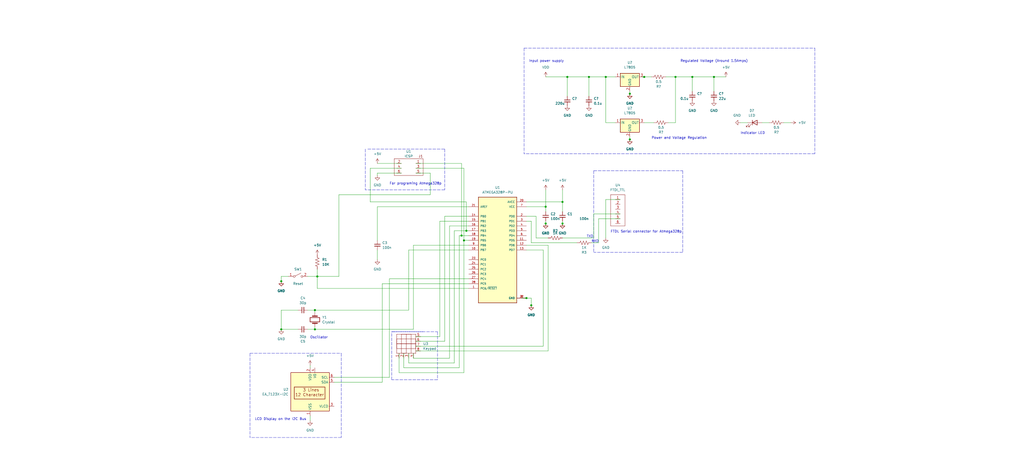
<source format=kicad_sch>
(kicad_sch (version 20211123) (generator eeschema)

  (uuid 15ac57a3-5ff0-4c2b-bead-31131d9a3dad)

  (paper "User" 540.995 250.012)

  (lib_symbols
    (symbol "ATMEGA328P-PU:ATMEGA328P-PU" (pin_names (offset 1.016)) (in_bom yes) (on_board yes)
      (property "Reference" "U" (id 0) (at -10.16 28.9814 0)
        (effects (font (size 1.27 1.27)) (justify left bottom))
      )
      (property "Value" "ATMEGA328P-PU" (id 1) (at -10.16 -31.5214 0)
        (effects (font (size 1.27 1.27)) (justify left bottom))
      )
      (property "Footprint" "DIP794W46P254L2967H457Q28B" (id 2) (at 0 0 0)
        (effects (font (size 1.27 1.27)) (justify left bottom) hide)
      )
      (property "Datasheet" "" (id 3) (at 0 0 0)
        (effects (font (size 1.27 1.27)) (justify left bottom) hide)
      )
      (property "MANUFACTURER" "Atmel" (id 4) (at 0 0 0)
        (effects (font (size 1.27 1.27)) (justify left bottom) hide)
      )
      (property "ki_locked" "" (id 5) (at 0 0 0)
        (effects (font (size 1.27 1.27)))
      )
      (symbol "ATMEGA328P-PU_0_0"
        (rectangle (start -10.16 -27.94) (end 10.16 27.94)
          (stroke (width 0.254) (type default) (color 0 0 0 0))
          (fill (type background))
        )
        (pin bidirectional line (at -15.24 -20.32 0) (length 5.08)
          (name "PC6/~{RESET}" (effects (font (size 1.016 1.016))))
          (number "1" (effects (font (size 1.016 1.016))))
        )
        (pin bidirectional line (at -15.24 0 0) (length 5.08)
          (name "PB7" (effects (font (size 1.016 1.016))))
          (number "10" (effects (font (size 1.016 1.016))))
        )
        (pin bidirectional line (at 15.24 5.08 180) (length 5.08)
          (name "PD5" (effects (font (size 1.016 1.016))))
          (number "11" (effects (font (size 1.016 1.016))))
        )
        (pin bidirectional line (at 15.24 2.54 180) (length 5.08)
          (name "PD6" (effects (font (size 1.016 1.016))))
          (number "12" (effects (font (size 1.016 1.016))))
        )
        (pin bidirectional line (at 15.24 0 180) (length 5.08)
          (name "PD7" (effects (font (size 1.016 1.016))))
          (number "13" (effects (font (size 1.016 1.016))))
        )
        (pin bidirectional line (at -15.24 17.78 0) (length 5.08)
          (name "PB0" (effects (font (size 1.016 1.016))))
          (number "14" (effects (font (size 1.016 1.016))))
        )
        (pin bidirectional line (at -15.24 15.24 0) (length 5.08)
          (name "PB1" (effects (font (size 1.016 1.016))))
          (number "15" (effects (font (size 1.016 1.016))))
        )
        (pin bidirectional line (at -15.24 12.7 0) (length 5.08)
          (name "PB2" (effects (font (size 1.016 1.016))))
          (number "16" (effects (font (size 1.016 1.016))))
        )
        (pin bidirectional line (at -15.24 10.16 0) (length 5.08)
          (name "PB3" (effects (font (size 1.016 1.016))))
          (number "17" (effects (font (size 1.016 1.016))))
        )
        (pin bidirectional line (at -15.24 7.62 0) (length 5.08)
          (name "PB4" (effects (font (size 1.016 1.016))))
          (number "18" (effects (font (size 1.016 1.016))))
        )
        (pin bidirectional line (at -15.24 5.08 0) (length 5.08)
          (name "PB5" (effects (font (size 1.016 1.016))))
          (number "19" (effects (font (size 1.016 1.016))))
        )
        (pin bidirectional line (at 15.24 17.78 180) (length 5.08)
          (name "PD0" (effects (font (size 1.016 1.016))))
          (number "2" (effects (font (size 1.016 1.016))))
        )
        (pin power_in line (at 15.24 25.4 180) (length 5.08)
          (name "AVCC" (effects (font (size 1.016 1.016))))
          (number "20" (effects (font (size 1.016 1.016))))
        )
        (pin input line (at -15.24 22.86 0) (length 5.08)
          (name "AREF" (effects (font (size 1.016 1.016))))
          (number "21" (effects (font (size 1.016 1.016))))
        )
        (pin power_in line (at 15.24 -25.4 180) (length 5.08)
          (name "GND" (effects (font (size 1.016 1.016))))
          (number "22" (effects (font (size 1.016 1.016))))
        )
        (pin bidirectional line (at -15.24 -5.08 0) (length 5.08)
          (name "PC0" (effects (font (size 1.016 1.016))))
          (number "23" (effects (font (size 1.016 1.016))))
        )
        (pin bidirectional line (at -15.24 -7.62 0) (length 5.08)
          (name "PC1" (effects (font (size 1.016 1.016))))
          (number "24" (effects (font (size 1.016 1.016))))
        )
        (pin bidirectional line (at -15.24 -10.16 0) (length 5.08)
          (name "PC2" (effects (font (size 1.016 1.016))))
          (number "25" (effects (font (size 1.016 1.016))))
        )
        (pin bidirectional line (at -15.24 -12.7 0) (length 5.08)
          (name "PC3" (effects (font (size 1.016 1.016))))
          (number "26" (effects (font (size 1.016 1.016))))
        )
        (pin bidirectional line (at -15.24 -15.24 0) (length 5.08)
          (name "PC4" (effects (font (size 1.016 1.016))))
          (number "27" (effects (font (size 1.016 1.016))))
        )
        (pin bidirectional line (at -15.24 -17.78 0) (length 5.08)
          (name "PC5" (effects (font (size 1.016 1.016))))
          (number "28" (effects (font (size 1.016 1.016))))
        )
        (pin bidirectional line (at 15.24 15.24 180) (length 5.08)
          (name "PD1" (effects (font (size 1.016 1.016))))
          (number "3" (effects (font (size 1.016 1.016))))
        )
        (pin bidirectional line (at 15.24 12.7 180) (length 5.08)
          (name "PD2" (effects (font (size 1.016 1.016))))
          (number "4" (effects (font (size 1.016 1.016))))
        )
        (pin bidirectional line (at 15.24 10.16 180) (length 5.08)
          (name "PD3" (effects (font (size 1.016 1.016))))
          (number "5" (effects (font (size 1.016 1.016))))
        )
        (pin bidirectional line (at 15.24 7.62 180) (length 5.08)
          (name "PD4" (effects (font (size 1.016 1.016))))
          (number "6" (effects (font (size 1.016 1.016))))
        )
        (pin power_in line (at 15.24 22.86 180) (length 5.08)
          (name "VCC" (effects (font (size 1.016 1.016))))
          (number "7" (effects (font (size 1.016 1.016))))
        )
        (pin power_in line (at 15.24 -25.4 180) (length 5.08)
          (name "GND" (effects (font (size 1.016 1.016))))
          (number "8" (effects (font (size 1.016 1.016))))
        )
        (pin bidirectional line (at -15.24 2.54 0) (length 5.08)
          (name "PB6" (effects (font (size 1.016 1.016))))
          (number "9" (effects (font (size 1.016 1.016))))
        )
      )
    )
    (symbol "Device:C_Small" (pin_numbers hide) (pin_names (offset 0.254) hide) (in_bom yes) (on_board yes)
      (property "Reference" "C" (id 0) (at 0.254 1.778 0)
        (effects (font (size 1.27 1.27)) (justify left))
      )
      (property "Value" "C_Small" (id 1) (at 0.254 -2.032 0)
        (effects (font (size 1.27 1.27)) (justify left))
      )
      (property "Footprint" "" (id 2) (at 0 0 0)
        (effects (font (size 1.27 1.27)) hide)
      )
      (property "Datasheet" "~" (id 3) (at 0 0 0)
        (effects (font (size 1.27 1.27)) hide)
      )
      (property "ki_keywords" "capacitor cap" (id 4) (at 0 0 0)
        (effects (font (size 1.27 1.27)) hide)
      )
      (property "ki_description" "Unpolarized capacitor, small symbol" (id 5) (at 0 0 0)
        (effects (font (size 1.27 1.27)) hide)
      )
      (property "ki_fp_filters" "C_*" (id 6) (at 0 0 0)
        (effects (font (size 1.27 1.27)) hide)
      )
      (symbol "C_Small_0_1"
        (polyline
          (pts
            (xy -1.524 -0.508)
            (xy 1.524 -0.508)
          )
          (stroke (width 0.3302) (type default) (color 0 0 0 0))
          (fill (type none))
        )
        (polyline
          (pts
            (xy -1.524 0.508)
            (xy 1.524 0.508)
          )
          (stroke (width 0.3048) (type default) (color 0 0 0 0))
          (fill (type none))
        )
      )
      (symbol "C_Small_1_1"
        (pin passive line (at 0 2.54 270) (length 2.032)
          (name "~" (effects (font (size 1.27 1.27))))
          (number "1" (effects (font (size 1.27 1.27))))
        )
        (pin passive line (at 0 -2.54 90) (length 2.032)
          (name "~" (effects (font (size 1.27 1.27))))
          (number "2" (effects (font (size 1.27 1.27))))
        )
      )
    )
    (symbol "Device:Crystal" (pin_numbers hide) (pin_names (offset 1.016) hide) (in_bom yes) (on_board yes)
      (property "Reference" "Y" (id 0) (at 0 3.81 0)
        (effects (font (size 1.27 1.27)))
      )
      (property "Value" "Crystal" (id 1) (at 0 -3.81 0)
        (effects (font (size 1.27 1.27)))
      )
      (property "Footprint" "" (id 2) (at 0 0 0)
        (effects (font (size 1.27 1.27)) hide)
      )
      (property "Datasheet" "~" (id 3) (at 0 0 0)
        (effects (font (size 1.27 1.27)) hide)
      )
      (property "ki_keywords" "quartz ceramic resonator oscillator" (id 4) (at 0 0 0)
        (effects (font (size 1.27 1.27)) hide)
      )
      (property "ki_description" "Two pin crystal" (id 5) (at 0 0 0)
        (effects (font (size 1.27 1.27)) hide)
      )
      (property "ki_fp_filters" "Crystal*" (id 6) (at 0 0 0)
        (effects (font (size 1.27 1.27)) hide)
      )
      (symbol "Crystal_0_1"
        (rectangle (start -1.143 2.54) (end 1.143 -2.54)
          (stroke (width 0.3048) (type default) (color 0 0 0 0))
          (fill (type none))
        )
        (polyline
          (pts
            (xy -2.54 0)
            (xy -1.905 0)
          )
          (stroke (width 0) (type default) (color 0 0 0 0))
          (fill (type none))
        )
        (polyline
          (pts
            (xy -1.905 -1.27)
            (xy -1.905 1.27)
          )
          (stroke (width 0.508) (type default) (color 0 0 0 0))
          (fill (type none))
        )
        (polyline
          (pts
            (xy 1.905 -1.27)
            (xy 1.905 1.27)
          )
          (stroke (width 0.508) (type default) (color 0 0 0 0))
          (fill (type none))
        )
        (polyline
          (pts
            (xy 2.54 0)
            (xy 1.905 0)
          )
          (stroke (width 0) (type default) (color 0 0 0 0))
          (fill (type none))
        )
      )
      (symbol "Crystal_1_1"
        (pin passive line (at -3.81 0 0) (length 1.27)
          (name "1" (effects (font (size 1.27 1.27))))
          (number "1" (effects (font (size 1.27 1.27))))
        )
        (pin passive line (at 3.81 0 180) (length 1.27)
          (name "2" (effects (font (size 1.27 1.27))))
          (number "2" (effects (font (size 1.27 1.27))))
        )
      )
    )
    (symbol "Device:LED" (pin_numbers hide) (pin_names (offset 1.016) hide) (in_bom yes) (on_board yes)
      (property "Reference" "D" (id 0) (at 0 2.54 0)
        (effects (font (size 1.27 1.27)))
      )
      (property "Value" "LED" (id 1) (at 0 -2.54 0)
        (effects (font (size 1.27 1.27)))
      )
      (property "Footprint" "" (id 2) (at 0 0 0)
        (effects (font (size 1.27 1.27)) hide)
      )
      (property "Datasheet" "~" (id 3) (at 0 0 0)
        (effects (font (size 1.27 1.27)) hide)
      )
      (property "ki_keywords" "LED diode" (id 4) (at 0 0 0)
        (effects (font (size 1.27 1.27)) hide)
      )
      (property "ki_description" "Light emitting diode" (id 5) (at 0 0 0)
        (effects (font (size 1.27 1.27)) hide)
      )
      (property "ki_fp_filters" "LED* LED_SMD:* LED_THT:*" (id 6) (at 0 0 0)
        (effects (font (size 1.27 1.27)) hide)
      )
      (symbol "LED_0_1"
        (polyline
          (pts
            (xy -1.27 -1.27)
            (xy -1.27 1.27)
          )
          (stroke (width 0.254) (type default) (color 0 0 0 0))
          (fill (type none))
        )
        (polyline
          (pts
            (xy -1.27 0)
            (xy 1.27 0)
          )
          (stroke (width 0) (type default) (color 0 0 0 0))
          (fill (type none))
        )
        (polyline
          (pts
            (xy 1.27 -1.27)
            (xy 1.27 1.27)
            (xy -1.27 0)
            (xy 1.27 -1.27)
          )
          (stroke (width 0.254) (type default) (color 0 0 0 0))
          (fill (type none))
        )
        (polyline
          (pts
            (xy -3.048 -0.762)
            (xy -4.572 -2.286)
            (xy -3.81 -2.286)
            (xy -4.572 -2.286)
            (xy -4.572 -1.524)
          )
          (stroke (width 0) (type default) (color 0 0 0 0))
          (fill (type none))
        )
        (polyline
          (pts
            (xy -1.778 -0.762)
            (xy -3.302 -2.286)
            (xy -2.54 -2.286)
            (xy -3.302 -2.286)
            (xy -3.302 -1.524)
          )
          (stroke (width 0) (type default) (color 0 0 0 0))
          (fill (type none))
        )
      )
      (symbol "LED_1_1"
        (pin passive line (at -3.81 0 0) (length 2.54)
          (name "K" (effects (font (size 1.27 1.27))))
          (number "1" (effects (font (size 1.27 1.27))))
        )
        (pin passive line (at 3.81 0 180) (length 2.54)
          (name "A" (effects (font (size 1.27 1.27))))
          (number "2" (effects (font (size 1.27 1.27))))
        )
      )
    )
    (symbol "Device:R_US" (pin_numbers hide) (pin_names (offset 0)) (in_bom yes) (on_board yes)
      (property "Reference" "R" (id 0) (at 2.54 0 90)
        (effects (font (size 1.27 1.27)))
      )
      (property "Value" "R_US" (id 1) (at -2.54 0 90)
        (effects (font (size 1.27 1.27)))
      )
      (property "Footprint" "" (id 2) (at 1.016 -0.254 90)
        (effects (font (size 1.27 1.27)) hide)
      )
      (property "Datasheet" "~" (id 3) (at 0 0 0)
        (effects (font (size 1.27 1.27)) hide)
      )
      (property "ki_keywords" "R res resistor" (id 4) (at 0 0 0)
        (effects (font (size 1.27 1.27)) hide)
      )
      (property "ki_description" "Resistor, US symbol" (id 5) (at 0 0 0)
        (effects (font (size 1.27 1.27)) hide)
      )
      (property "ki_fp_filters" "R_*" (id 6) (at 0 0 0)
        (effects (font (size 1.27 1.27)) hide)
      )
      (symbol "R_US_0_1"
        (polyline
          (pts
            (xy 0 -2.286)
            (xy 0 -2.54)
          )
          (stroke (width 0) (type default) (color 0 0 0 0))
          (fill (type none))
        )
        (polyline
          (pts
            (xy 0 2.286)
            (xy 0 2.54)
          )
          (stroke (width 0) (type default) (color 0 0 0 0))
          (fill (type none))
        )
        (polyline
          (pts
            (xy 0 -0.762)
            (xy 1.016 -1.143)
            (xy 0 -1.524)
            (xy -1.016 -1.905)
            (xy 0 -2.286)
          )
          (stroke (width 0) (type default) (color 0 0 0 0))
          (fill (type none))
        )
        (polyline
          (pts
            (xy 0 0.762)
            (xy 1.016 0.381)
            (xy 0 0)
            (xy -1.016 -0.381)
            (xy 0 -0.762)
          )
          (stroke (width 0) (type default) (color 0 0 0 0))
          (fill (type none))
        )
        (polyline
          (pts
            (xy 0 2.286)
            (xy 1.016 1.905)
            (xy 0 1.524)
            (xy -1.016 1.143)
            (xy 0 0.762)
          )
          (stroke (width 0) (type default) (color 0 0 0 0))
          (fill (type none))
        )
      )
      (symbol "R_US_1_1"
        (pin passive line (at 0 3.81 270) (length 1.27)
          (name "~" (effects (font (size 1.27 1.27))))
          (number "1" (effects (font (size 1.27 1.27))))
        )
        (pin passive line (at 0 -3.81 90) (length 1.27)
          (name "~" (effects (font (size 1.27 1.27))))
          (number "2" (effects (font (size 1.27 1.27))))
        )
      )
    )
    (symbol "Display_Character:EA_T123X-I2C" (in_bom yes) (on_board yes)
      (property "Reference" "U" (id 0) (at -8.89 11.43 0)
        (effects (font (size 1.27 1.27)))
      )
      (property "Value" "EA_T123X-I2C" (id 1) (at 3.556 11.684 0)
        (effects (font (size 1.27 1.27)) (justify left))
      )
      (property "Footprint" "Display:EA_T123X-I2C" (id 2) (at 0 -15.24 0)
        (effects (font (size 1.27 1.27)) hide)
      )
      (property "Datasheet" "http://www.lcd-module.de/pdf/doma/t123-i2c.pdf" (id 3) (at 0 -12.7 0)
        (effects (font (size 1.27 1.27)) hide)
      )
      (property "ki_keywords" "display LCD 7-segment" (id 4) (at 0 0 0)
        (effects (font (size 1.27 1.27)) hide)
      )
      (property "ki_description" "3 Lines, 12 character alpha numeric LCD, transreflective STN and FSTN Gray, I2C, single or dual power" (id 5) (at 0 0 0)
        (effects (font (size 1.27 1.27)) hide)
      )
      (property "ki_fp_filters" "EA?T123X?I2C*" (id 6) (at 0 0 0)
        (effects (font (size 1.27 1.27)) hide)
      )
      (symbol "EA_T123X-I2C_0_0"
        (rectangle (start -7.874 2.54) (end 8.382 -3.81)
          (stroke (width 0.254) (type default) (color 0 0 0 0))
          (fill (type none))
        )
        (text "12 Character" (at -7.366 -1.524 0)
          (effects (font (size 1.524 1.524)) (justify left))
        )
        (text "3 Lines" (at -4.826 1.016 0)
          (effects (font (size 1.524 1.524)) (justify left))
        )
      )
      (symbol "EA_T123X-I2C_0_1"
        (rectangle (start -10.16 10.16) (end 10.16 -10.16)
          (stroke (width 0.254) (type default) (color 0 0 0 0))
          (fill (type background))
        )
      )
      (symbol "EA_T123X-I2C_1_1"
        (pin power_in line (at 0 -12.7 90) (length 2.54)
          (name "VSS" (effects (font (size 1.27 1.27))))
          (number "1" (effects (font (size 1.27 1.27))))
        )
        (pin power_in line (at 0 12.7 270) (length 2.54)
          (name "VDD" (effects (font (size 1.27 1.27))))
          (number "2" (effects (font (size 1.27 1.27))))
        )
        (pin input line (at -12.7 -7.62 0) (length 2.54)
          (name "VLCD" (effects (font (size 1.27 1.27))))
          (number "3" (effects (font (size 1.27 1.27))))
        )
        (pin power_in line (at -2.54 12.7 270) (length 2.54)
          (name "V0" (effects (font (size 1.27 1.27))))
          (number "4" (effects (font (size 1.27 1.27))))
        )
        (pin bidirectional line (at -12.7 5.08 0) (length 2.54)
          (name "SDA" (effects (font (size 1.27 1.27))))
          (number "5" (effects (font (size 1.27 1.27))))
        )
        (pin input line (at -12.7 7.62 0) (length 2.54)
          (name "SCL" (effects (font (size 1.27 1.27))))
          (number "6" (effects (font (size 1.27 1.27))))
        )
      )
    )
    (symbol "New_Library_0:FTDI_TTL" (in_bom yes) (on_board yes)
      (property "Reference" "U" (id 0) (at -1.27 -8.89 0)
        (effects (font (size 1.27 1.27)))
      )
      (property "Value" "FTDI_TTL" (id 1) (at -1.27 -11.43 0)
        (effects (font (size 1.27 1.27)))
      )
      (property "Footprint" "" (id 2) (at 0 0 0)
        (effects (font (size 1.27 1.27)) hide)
      )
      (property "Datasheet" "" (id 3) (at 0 0 0)
        (effects (font (size 1.27 1.27)) hide)
      )
      (symbol "FTDI_TTL_0_1"
        (rectangle (start -5.08 8.89) (end 2.54 -7.62)
          (stroke (width 0) (type default) (color 0 0 0 0))
          (fill (type none))
        )
      )
      (symbol "FTDI_TTL_1_1"
        (pin bidirectional line (at 0 6.35 180) (length 2.54)
          (name "" (effects (font (size 1.27 1.27))))
          (number "1" (effects (font (size 1.27 1.27))))
        )
        (pin bidirectional line (at 0 3.81 180) (length 2.54)
          (name "" (effects (font (size 1.27 1.27))))
          (number "2" (effects (font (size 1.27 1.27))))
        )
        (pin bidirectional line (at 0 1.27 180) (length 2.54)
          (name "" (effects (font (size 1.27 1.27))))
          (number "3" (effects (font (size 1.27 1.27))))
        )
        (pin bidirectional line (at 0 -1.27 180) (length 2.54)
          (name "" (effects (font (size 1.27 1.27))))
          (number "4" (effects (font (size 1.27 1.27))))
        )
        (pin bidirectional line (at 0 -3.81 180) (length 2.54)
          (name "" (effects (font (size 1.27 1.27))))
          (number "5" (effects (font (size 1.27 1.27))))
        )
        (pin bidirectional line (at 0 -6.35 180) (length 2.54)
          (name "" (effects (font (size 1.27 1.27))))
          (number "6" (effects (font (size 1.27 1.27))))
        )
      )
    )
    (symbol "New_Library_0:ICSP" (in_bom yes) (on_board yes)
      (property "Reference" "U" (id 0) (at 0 1.27 0)
        (effects (font (size 1.27 1.27)))
      )
      (property "Value" "ICSP" (id 1) (at 0 -1.27 0)
        (effects (font (size 1.27 1.27)))
      )
      (property "Footprint" "" (id 2) (at 1.27 0 0)
        (effects (font (size 1.27 1.27)) hide)
      )
      (property "Datasheet" "" (id 3) (at 1.27 0 0)
        (effects (font (size 1.27 1.27)) hide)
      )
      (symbol "ICSP_0_0"
        (rectangle (start 7.62 5.08) (end -7.62 -3.81)
          (stroke (width 0) (type default) (color 0 0 0 0))
          (fill (type none))
        )
        (text "J1" (at -6.35 6.35 0)
          (effects (font (size 1.27 1.27)))
        )
      )
      (symbol "ICSP_1_1"
        (pin bidirectional line (at -3.81 2.54 180) (length 2.54)
          (name "" (effects (font (size 1.27 1.27))))
          (number "1" (effects (font (size 1.27 1.27))))
        )
        (pin bidirectional line (at 3.81 2.54 0) (length 2.54)
          (name "" (effects (font (size 1.27 1.27))))
          (number "2" (effects (font (size 1.27 1.27))))
        )
        (pin bidirectional line (at -3.81 0 180) (length 2.54)
          (name "" (effects (font (size 1.27 1.27))))
          (number "3" (effects (font (size 1.27 1.27))))
        )
        (pin bidirectional line (at 3.81 0 0) (length 2.54)
          (name "" (effects (font (size 1.27 1.27))))
          (number "4" (effects (font (size 1.27 1.27))))
        )
        (pin bidirectional line (at -3.81 -2.54 180) (length 2.54)
          (name "" (effects (font (size 1.27 1.27))))
          (number "5" (effects (font (size 1.27 1.27))))
        )
        (pin bidirectional line (at 3.81 -2.54 0) (length 2.54)
          (name "" (effects (font (size 1.27 1.27))))
          (number "6" (effects (font (size 1.27 1.27))))
        )
      )
    )
    (symbol "New_Library_0:Keypad" (in_bom yes) (on_board yes)
      (property "Reference" "U" (id 0) (at 0 -8.89 0)
        (effects (font (size 1.27 1.27)))
      )
      (property "Value" "Keypad" (id 1) (at 0 -11.43 0)
        (effects (font (size 1.27 1.27)))
      )
      (property "Footprint" "" (id 2) (at 0 1.27 0)
        (effects (font (size 1.27 1.27)) hide)
      )
      (property "Datasheet" "" (id 3) (at 0 1.27 0)
        (effects (font (size 1.27 1.27)) hide)
      )
      (symbol "Keypad_0_0"
        (rectangle (start -5.08 5.08) (end 5.08 -5.08)
          (stroke (width 0) (type default) (color 0 0 0 0))
          (fill (type none))
        )
        (polyline
          (pts
            (xy 0 5.08)
            (xy 2.54 5.08)
            (xy 2.54 -5.08)
          )
          (stroke (width 0) (type default) (color 0 0 0 0))
          (fill (type none))
        )
        (polyline
          (pts
            (xy -5.08 0)
            (xy -5.08 -2.54)
            (xy 5.08 -2.54)
            (xy 5.08 0)
            (xy -5.08 0)
          )
          (stroke (width 0) (type default) (color 0 0 0 0))
          (fill (type none))
        )
        (polyline
          (pts
            (xy -5.08 2.54)
            (xy 5.08 2.54)
            (xy 5.08 0)
            (xy -5.08 0)
            (xy -5.08 2.54)
          )
          (stroke (width 0) (type default) (color 0 0 0 0))
          (fill (type none))
        )
        (polyline
          (pts
            (xy -2.54 5.08)
            (xy -2.54 -5.08)
            (xy 0 -5.08)
            (xy 0 5.08)
            (xy -2.54 5.08)
          )
          (stroke (width 0) (type default) (color 0 0 0 0))
          (fill (type none))
        )
      )
      (symbol "Keypad_1_1"
        (pin input line (at -3.81 -5.08 270) (length 2.54)
          (name "" (effects (font (size 1.27 1.27))))
          (number "1" (effects (font (size 1.27 1.27))))
        )
        (pin input line (at -1.27 -5.08 270) (length 2.54)
          (name "" (effects (font (size 1.27 1.27))))
          (number "2" (effects (font (size 1.27 1.27))))
        )
        (pin input line (at 1.27 -5.08 270) (length 2.54)
          (name "" (effects (font (size 1.27 1.27))))
          (number "3" (effects (font (size 1.27 1.27))))
        )
        (pin input line (at 3.81 -5.08 270) (length 2.54)
          (name "" (effects (font (size 1.27 1.27))))
          (number "4" (effects (font (size 1.27 1.27))))
        )
        (pin input line (at 5.08 3.81 0) (length 2.54)
          (name "" (effects (font (size 1.27 1.27))))
          (number "5" (effects (font (size 1.27 1.27))))
        )
        (pin input line (at 5.08 1.27 0) (length 2.54)
          (name "" (effects (font (size 1.27 1.27))))
          (number "6" (effects (font (size 1.27 1.27))))
        )
        (pin input line (at 5.08 -1.27 0) (length 2.54)
          (name "" (effects (font (size 1.27 1.27))))
          (number "7" (effects (font (size 1.27 1.27))))
        )
        (pin input line (at 5.08 -3.81 0) (length 2.54)
          (name "" (effects (font (size 1.27 1.27))))
          (number "8" (effects (font (size 1.27 1.27))))
        )
      )
    )
    (symbol "Regulator_Linear:L7805" (pin_names (offset 0.254)) (in_bom yes) (on_board yes)
      (property "Reference" "U" (id 0) (at -3.81 3.175 0)
        (effects (font (size 1.27 1.27)))
      )
      (property "Value" "L7805" (id 1) (at 0 3.175 0)
        (effects (font (size 1.27 1.27)) (justify left))
      )
      (property "Footprint" "" (id 2) (at 0.635 -3.81 0)
        (effects (font (size 1.27 1.27) italic) (justify left) hide)
      )
      (property "Datasheet" "http://www.st.com/content/ccc/resource/technical/document/datasheet/41/4f/b3/b0/12/d4/47/88/CD00000444.pdf/files/CD00000444.pdf/jcr:content/translations/en.CD00000444.pdf" (id 3) (at 0 -1.27 0)
        (effects (font (size 1.27 1.27)) hide)
      )
      (property "ki_keywords" "Voltage Regulator 1.5A Positive" (id 4) (at 0 0 0)
        (effects (font (size 1.27 1.27)) hide)
      )
      (property "ki_description" "Positive 1.5A 35V Linear Regulator, Fixed Output 5V, TO-220/TO-263/TO-252" (id 5) (at 0 0 0)
        (effects (font (size 1.27 1.27)) hide)
      )
      (property "ki_fp_filters" "TO?252* TO?263* TO?220*" (id 6) (at 0 0 0)
        (effects (font (size 1.27 1.27)) hide)
      )
      (symbol "L7805_0_1"
        (rectangle (start -5.08 1.905) (end 5.08 -5.08)
          (stroke (width 0.254) (type default) (color 0 0 0 0))
          (fill (type background))
        )
      )
      (symbol "L7805_1_1"
        (pin power_in line (at -7.62 0 0) (length 2.54)
          (name "IN" (effects (font (size 1.27 1.27))))
          (number "1" (effects (font (size 1.27 1.27))))
        )
        (pin power_in line (at 0 -7.62 90) (length 2.54)
          (name "GND" (effects (font (size 1.27 1.27))))
          (number "2" (effects (font (size 1.27 1.27))))
        )
        (pin power_out line (at 7.62 0 180) (length 2.54)
          (name "OUT" (effects (font (size 1.27 1.27))))
          (number "3" (effects (font (size 1.27 1.27))))
        )
      )
    )
    (symbol "Switch:SW_SPST" (pin_names (offset 0) hide) (in_bom yes) (on_board yes)
      (property "Reference" "SW" (id 0) (at 0 3.175 0)
        (effects (font (size 1.27 1.27)))
      )
      (property "Value" "SW_SPST" (id 1) (at 0 -2.54 0)
        (effects (font (size 1.27 1.27)))
      )
      (property "Footprint" "" (id 2) (at 0 0 0)
        (effects (font (size 1.27 1.27)) hide)
      )
      (property "Datasheet" "~" (id 3) (at 0 0 0)
        (effects (font (size 1.27 1.27)) hide)
      )
      (property "ki_keywords" "switch lever" (id 4) (at 0 0 0)
        (effects (font (size 1.27 1.27)) hide)
      )
      (property "ki_description" "Single Pole Single Throw (SPST) switch" (id 5) (at 0 0 0)
        (effects (font (size 1.27 1.27)) hide)
      )
      (symbol "SW_SPST_0_0"
        (circle (center -2.032 0) (radius 0.508)
          (stroke (width 0) (type default) (color 0 0 0 0))
          (fill (type none))
        )
        (polyline
          (pts
            (xy -1.524 0.254)
            (xy 1.524 1.778)
          )
          (stroke (width 0) (type default) (color 0 0 0 0))
          (fill (type none))
        )
        (circle (center 2.032 0) (radius 0.508)
          (stroke (width 0) (type default) (color 0 0 0 0))
          (fill (type none))
        )
      )
      (symbol "SW_SPST_1_1"
        (pin passive line (at -5.08 0 0) (length 2.54)
          (name "A" (effects (font (size 1.27 1.27))))
          (number "1" (effects (font (size 1.27 1.27))))
        )
        (pin passive line (at 5.08 0 180) (length 2.54)
          (name "B" (effects (font (size 1.27 1.27))))
          (number "2" (effects (font (size 1.27 1.27))))
        )
      )
    )
    (symbol "power:+5V" (power) (pin_names (offset 0)) (in_bom yes) (on_board yes)
      (property "Reference" "#PWR" (id 0) (at 0 -3.81 0)
        (effects (font (size 1.27 1.27)) hide)
      )
      (property "Value" "+5V" (id 1) (at 0 3.556 0)
        (effects (font (size 1.27 1.27)))
      )
      (property "Footprint" "" (id 2) (at 0 0 0)
        (effects (font (size 1.27 1.27)) hide)
      )
      (property "Datasheet" "" (id 3) (at 0 0 0)
        (effects (font (size 1.27 1.27)) hide)
      )
      (property "ki_keywords" "power-flag" (id 4) (at 0 0 0)
        (effects (font (size 1.27 1.27)) hide)
      )
      (property "ki_description" "Power symbol creates a global label with name \"+5V\"" (id 5) (at 0 0 0)
        (effects (font (size 1.27 1.27)) hide)
      )
      (symbol "+5V_0_1"
        (polyline
          (pts
            (xy -0.762 1.27)
            (xy 0 2.54)
          )
          (stroke (width 0) (type default) (color 0 0 0 0))
          (fill (type none))
        )
        (polyline
          (pts
            (xy 0 0)
            (xy 0 2.54)
          )
          (stroke (width 0) (type default) (color 0 0 0 0))
          (fill (type none))
        )
        (polyline
          (pts
            (xy 0 2.54)
            (xy 0.762 1.27)
          )
          (stroke (width 0) (type default) (color 0 0 0 0))
          (fill (type none))
        )
      )
      (symbol "+5V_1_1"
        (pin power_in line (at 0 0 90) (length 0) hide
          (name "+5V" (effects (font (size 1.27 1.27))))
          (number "1" (effects (font (size 1.27 1.27))))
        )
      )
    )
    (symbol "power:GND" (power) (pin_names (offset 0)) (in_bom yes) (on_board yes)
      (property "Reference" "#PWR" (id 0) (at 0 -6.35 0)
        (effects (font (size 1.27 1.27)) hide)
      )
      (property "Value" "GND" (id 1) (at 0 -3.81 0)
        (effects (font (size 1.27 1.27)))
      )
      (property "Footprint" "" (id 2) (at 0 0 0)
        (effects (font (size 1.27 1.27)) hide)
      )
      (property "Datasheet" "" (id 3) (at 0 0 0)
        (effects (font (size 1.27 1.27)) hide)
      )
      (property "ki_keywords" "power-flag" (id 4) (at 0 0 0)
        (effects (font (size 1.27 1.27)) hide)
      )
      (property "ki_description" "Power symbol creates a global label with name \"GND\" , ground" (id 5) (at 0 0 0)
        (effects (font (size 1.27 1.27)) hide)
      )
      (symbol "GND_0_1"
        (polyline
          (pts
            (xy 0 0)
            (xy 0 -1.27)
            (xy 1.27 -1.27)
            (xy 0 -2.54)
            (xy -1.27 -1.27)
            (xy 0 -1.27)
          )
          (stroke (width 0) (type default) (color 0 0 0 0))
          (fill (type none))
        )
      )
      (symbol "GND_1_1"
        (pin power_in line (at 0 0 270) (length 0) hide
          (name "GND" (effects (font (size 1.27 1.27))))
          (number "1" (effects (font (size 1.27 1.27))))
        )
      )
    )
    (symbol "power:VDD" (power) (pin_names (offset 0)) (in_bom yes) (on_board yes)
      (property "Reference" "#PWR" (id 0) (at 0 -3.81 0)
        (effects (font (size 1.27 1.27)) hide)
      )
      (property "Value" "VDD" (id 1) (at 0 3.81 0)
        (effects (font (size 1.27 1.27)))
      )
      (property "Footprint" "" (id 2) (at 0 0 0)
        (effects (font (size 1.27 1.27)) hide)
      )
      (property "Datasheet" "" (id 3) (at 0 0 0)
        (effects (font (size 1.27 1.27)) hide)
      )
      (property "ki_keywords" "power-flag" (id 4) (at 0 0 0)
        (effects (font (size 1.27 1.27)) hide)
      )
      (property "ki_description" "Power symbol creates a global label with name \"VDD\"" (id 5) (at 0 0 0)
        (effects (font (size 1.27 1.27)) hide)
      )
      (symbol "VDD_0_1"
        (polyline
          (pts
            (xy -0.762 1.27)
            (xy 0 2.54)
          )
          (stroke (width 0) (type default) (color 0 0 0 0))
          (fill (type none))
        )
        (polyline
          (pts
            (xy 0 0)
            (xy 0 2.54)
          )
          (stroke (width 0) (type default) (color 0 0 0 0))
          (fill (type none))
        )
        (polyline
          (pts
            (xy 0 2.54)
            (xy 0.762 1.27)
          )
          (stroke (width 0) (type default) (color 0 0 0 0))
          (fill (type none))
        )
      )
      (symbol "VDD_1_1"
        (pin power_in line (at 0 0 90) (length 0) hide
          (name "VDD" (effects (font (size 1.27 1.27))))
          (number "1" (effects (font (size 1.27 1.27))))
        )
      )
    )
  )

  (junction (at 280.67 161.29) (diameter 0) (color 0 0 0 0)
    (uuid 01e2038d-4faa-4fbd-a9c4-223c943dfda4)
  )
  (junction (at 297.18 118.11) (diameter 0) (color 0 0 0 0)
    (uuid 1394c864-00bb-4948-8830-e8089be6df63)
  )
  (junction (at 332.74 73.66) (diameter 0) (color 0 0 0 0)
    (uuid 13ea16a3-f5fc-4ff6-905e-c92b4b25dcc5)
  )
  (junction (at 299.72 40.64) (diameter 0) (color 0 0 0 0)
    (uuid 263a4252-45cb-4e85-b35b-58618f143893)
  )
  (junction (at 311.15 40.64) (diameter 0) (color 0 0 0 0)
    (uuid 26a89b9d-92f9-451d-a479-e858a99bf766)
  )
  (junction (at 332.74 49.53) (diameter 0) (color 0 0 0 0)
    (uuid 27fbffd8-923f-43d1-b557-82a968625c2c)
  )
  (junction (at 297.18 106.68) (diameter 0) (color 0 0 0 0)
    (uuid 4705c6ed-fa7f-45a1-a2a5-2a20231d2ac4)
  )
  (junction (at 288.29 109.22) (diameter 0) (color 0 0 0 0)
    (uuid 4eee0947-2f8c-4ead-b584-54a7cd2cb2fb)
  )
  (junction (at 340.36 40.64) (diameter 0) (color 0 0 0 0)
    (uuid 79bb04d3-119d-42d6-a175-b785a69390c0)
  )
  (junction (at 245.11 127) (diameter 0) (color 0 0 0 0)
    (uuid 83ac62ec-ab41-4e21-a55a-70e033a472b8)
  )
  (junction (at 246.38 121.92) (diameter 0) (color 0 0 0 0)
    (uuid 91524717-78df-4dff-ba0a-b9f09fa70d91)
  )
  (junction (at 166.37 173.99) (diameter 0) (color 0 0 0 0)
    (uuid 9d8ae5e9-b5ff-4431-a7d2-e011c5e0ed54)
  )
  (junction (at 356.87 40.64) (diameter 0) (color 0 0 0 0)
    (uuid a286afa8-b292-4107-a039-1fa13f6899e5)
  )
  (junction (at 243.84 124.46) (diameter 0) (color 0 0 0 0)
    (uuid a2e578e7-782c-4370-8776-214e8d3a3611)
  )
  (junction (at 148.59 148.59) (diameter 0) (color 0 0 0 0)
    (uuid a5f07639-98ce-49a3-a3dd-36fe3046c217)
  )
  (junction (at 365.76 40.64) (diameter 0) (color 0 0 0 0)
    (uuid ae20da7d-7dd4-44d5-b91f-828361c994d7)
  )
  (junction (at 288.29 118.11) (diameter 0) (color 0 0 0 0)
    (uuid af520803-91fc-495c-a452-a7431cfde327)
  )
  (junction (at 148.59 173.99) (diameter 0) (color 0 0 0 0)
    (uuid b2c29999-1060-44c6-ba73-5f8389c0271b)
  )
  (junction (at 166.37 163.83) (diameter 0) (color 0 0 0 0)
    (uuid b2e6815a-a9fa-486f-a192-e586b0127c1c)
  )
  (junction (at 278.13 157.48) (diameter 0) (color 0 0 0 0)
    (uuid b58a09d9-82f2-44e8-93f6-daaf80f6737a)
  )
  (junction (at 320.04 40.64) (diameter 0) (color 0 0 0 0)
    (uuid d6fdd94d-e6f0-4c19-83b9-3ef20ff15d51)
  )
  (junction (at 377.19 40.64) (diameter 0) (color 0 0 0 0)
    (uuid d753f615-a054-473d-9278-c1c8a0fdf8c4)
  )
  (junction (at 167.64 146.05) (diameter 0) (color 0 0 0 0)
    (uuid da9a3518-3332-4c5c-a0cc-75804337f1dc)
  )

  (polyline (pts (xy 231.14 175.26) (xy 231.14 200.66))
    (stroke (width 0) (type default) (color 0 0 0 0))
    (uuid 01509847-8369-41a2-93a3-84e615491e10)
  )

  (wire (pts (xy 199.39 109.22) (xy 199.39 127))
    (stroke (width 0) (type default) (color 0 0 0 0))
    (uuid 01e77c75-ebb3-4ade-be18-a89dbc191ea1)
  )
  (wire (pts (xy 245.11 196.85) (xy 245.11 127))
    (stroke (width 0) (type default) (color 0 0 0 0))
    (uuid 02e3b811-1297-44ca-9510-1ff0fb41eee4)
  )
  (wire (pts (xy 288.29 116.84) (xy 288.29 118.11))
    (stroke (width 0) (type default) (color 0 0 0 0))
    (uuid 0839b69e-e8c0-430e-809e-76a121c6f564)
  )
  (wire (pts (xy 201.93 149.86) (xy 247.65 149.86))
    (stroke (width 0) (type default) (color 0 0 0 0))
    (uuid 099ee1db-8c19-489c-a0f6-d159e7e024b0)
  )
  (polyline (pts (xy 231.14 200.66) (xy 207.01 200.66))
    (stroke (width 0) (type default) (color 0 0 0 0))
    (uuid 09cdb953-9e8b-49c2-848e-9faaae4f5eef)
  )

  (wire (pts (xy 313.69 113.03) (xy 313.69 125.73))
    (stroke (width 0) (type default) (color 0 0 0 0))
    (uuid 0b3846f7-e3bc-460e-a699-10de08f047ea)
  )
  (polyline (pts (xy 132.08 186.69) (xy 180.34 186.69))
    (stroke (width 0) (type default) (color 0 0 0 0))
    (uuid 0b63f18c-a205-4827-90b1-6066338d0c64)
  )

  (wire (pts (xy 316.23 115.57) (xy 316.23 128.27))
    (stroke (width 0) (type default) (color 0 0 0 0))
    (uuid 0ffdf03f-f534-40fd-b5e6-c33eb3fd6e15)
  )
  (wire (pts (xy 278.13 157.48) (xy 275.59 157.48))
    (stroke (width 0) (type default) (color 0 0 0 0))
    (uuid 106b3f6c-af06-4e42-a2af-3946fe40a408)
  )
  (wire (pts (xy 162.56 173.99) (xy 166.37 173.99))
    (stroke (width 0) (type default) (color 0 0 0 0))
    (uuid 10fde323-e237-4c06-9b4d-48149744e885)
  )
  (wire (pts (xy 245.11 127) (xy 247.65 127))
    (stroke (width 0) (type default) (color 0 0 0 0))
    (uuid 11ed7d40-d8db-4a83-af8c-7561a0936c68)
  )
  (wire (pts (xy 179.07 146.05) (xy 167.64 146.05))
    (stroke (width 0) (type default) (color 0 0 0 0))
    (uuid 14dc03da-fe5d-4014-b78b-e6e34142ad33)
  )
  (wire (pts (xy 311.15 40.64) (xy 320.04 40.64))
    (stroke (width 0) (type default) (color 0 0 0 0))
    (uuid 15c3ae77-4d9f-469e-9d08-16d9ec60930c)
  )
  (wire (pts (xy 205.74 147.32) (xy 247.65 147.32))
    (stroke (width 0) (type default) (color 0 0 0 0))
    (uuid 17f71ace-598f-4f9e-9c07-4aafd1e63d86)
  )
  (wire (pts (xy 166.37 172.72) (xy 166.37 173.99))
    (stroke (width 0) (type default) (color 0 0 0 0))
    (uuid 18925ca9-1beb-434f-83a9-ca6a2a4a4e5a)
  )
  (wire (pts (xy 148.59 146.05) (xy 148.59 148.59))
    (stroke (width 0) (type default) (color 0 0 0 0))
    (uuid 198e9cbf-fec5-458a-b5fa-9fcce4367660)
  )
  (polyline (pts (xy 430.53 25.4) (xy 430.53 81.28))
    (stroke (width 0) (type default) (color 0 0 0 0))
    (uuid 1bcb01f1-571d-4e90-bd52-7bae3e8f03cf)
  )

  (wire (pts (xy 353.06 64.77) (xy 356.87 64.77))
    (stroke (width 0) (type default) (color 0 0 0 0))
    (uuid 1d10f155-cbbc-4066-aa76-355e0be4933b)
  )
  (wire (pts (xy 320.04 40.64) (xy 325.12 40.64))
    (stroke (width 0) (type default) (color 0 0 0 0))
    (uuid 1d3835d4-45de-45d9-b06d-cebe80af1d49)
  )
  (wire (pts (xy 311.15 40.64) (xy 311.15 50.8))
    (stroke (width 0) (type default) (color 0 0 0 0))
    (uuid 1dc64833-f0e1-487d-afca-7d79c55b14b3)
  )
  (wire (pts (xy 176.53 201.93) (xy 201.93 201.93))
    (stroke (width 0) (type default) (color 0 0 0 0))
    (uuid 1f2be902-8fc3-40ee-83da-0e6b5d35ea76)
  )
  (wire (pts (xy 247.65 152.4) (xy 167.64 152.4))
    (stroke (width 0) (type default) (color 0 0 0 0))
    (uuid 1fc02f8b-0ca6-4f39-8446-8a0505e74532)
  )
  (wire (pts (xy 176.53 199.39) (xy 205.74 199.39))
    (stroke (width 0) (type default) (color 0 0 0 0))
    (uuid 23f74ff7-64aa-4d79-9b10-e09e0ed5b675)
  )
  (wire (pts (xy 297.18 125.73) (xy 313.69 125.73))
    (stroke (width 0) (type default) (color 0 0 0 0))
    (uuid 2543ac5f-9dea-44d2-97f2-6d763cc8a488)
  )
  (wire (pts (xy 297.18 100.33) (xy 297.18 106.68))
    (stroke (width 0) (type default) (color 0 0 0 0))
    (uuid 263d0494-06ab-474c-9b8e-5a4003302d59)
  )
  (wire (pts (xy 234.95 114.3) (xy 247.65 114.3))
    (stroke (width 0) (type default) (color 0 0 0 0))
    (uuid 27447fa2-7946-46b8-971a-bd5abf748103)
  )
  (wire (pts (xy 195.58 106.68) (xy 246.38 106.68))
    (stroke (width 0) (type default) (color 0 0 0 0))
    (uuid 29e03964-454c-4051-80df-2e0241563829)
  )
  (wire (pts (xy 340.36 64.77) (xy 345.44 64.77))
    (stroke (width 0) (type default) (color 0 0 0 0))
    (uuid 2e047681-4652-4ed7-a747-af523e12e6ac)
  )
  (wire (pts (xy 377.19 40.64) (xy 365.76 40.64))
    (stroke (width 0) (type default) (color 0 0 0 0))
    (uuid 31d3b7dd-6993-44ec-81df-ba423f42280a)
  )
  (polyline (pts (xy 207.01 200.66) (xy 207.01 175.26))
    (stroke (width 0) (type default) (color 0 0 0 0))
    (uuid 3253d979-fa60-407b-be93-8f0d8c56ca73)
  )

  (wire (pts (xy 232.41 116.84) (xy 232.41 177.8))
    (stroke (width 0) (type default) (color 0 0 0 0))
    (uuid 32c4ac95-4fef-4deb-9f6a-38d94ce3e98d)
  )
  (wire (pts (xy 332.74 72.39) (xy 332.74 73.66))
    (stroke (width 0) (type default) (color 0 0 0 0))
    (uuid 33036d33-6764-4829-881e-3843917e973c)
  )
  (wire (pts (xy 240.03 191.77) (xy 240.03 121.92))
    (stroke (width 0) (type default) (color 0 0 0 0))
    (uuid 335a865d-8608-4443-8583-e47da44f877f)
  )
  (wire (pts (xy 199.39 91.44) (xy 199.39 92.71))
    (stroke (width 0) (type default) (color 0 0 0 0))
    (uuid 36b36f44-a55d-49be-8422-f00e86862c45)
  )
  (wire (pts (xy 179.07 102.87) (xy 179.07 146.05))
    (stroke (width 0) (type default) (color 0 0 0 0))
    (uuid 38f68cde-380f-4c96-9020-216337eac4da)
  )
  (wire (pts (xy 391.16 64.77) (xy 394.97 64.77))
    (stroke (width 0) (type default) (color 0 0 0 0))
    (uuid 39db4a3b-7440-4d62-9545-0085ff49a284)
  )
  (polyline (pts (xy 313.69 90.17) (xy 313.69 133.35))
    (stroke (width 0) (type default) (color 0 0 0 0))
    (uuid 3fa1ef62-2016-4f29-9303-8a9656a40982)
  )

  (wire (pts (xy 162.56 163.83) (xy 166.37 163.83))
    (stroke (width 0) (type default) (color 0 0 0 0))
    (uuid 40d67338-8095-4740-a666-80ef9b921393)
  )
  (wire (pts (xy 278.13 106.68) (xy 297.18 106.68))
    (stroke (width 0) (type default) (color 0 0 0 0))
    (uuid 44c20cae-3f5f-4531-be2d-e356c21bf905)
  )
  (wire (pts (xy 289.56 125.73) (xy 283.21 125.73))
    (stroke (width 0) (type default) (color 0 0 0 0))
    (uuid 45206b3e-c7ff-4535-8bc2-6d65f34b57b0)
  )
  (wire (pts (xy 247.65 116.84) (xy 232.41 116.84))
    (stroke (width 0) (type default) (color 0 0 0 0))
    (uuid 45a536cf-f54e-4f07-bc58-74dc7b84c8dd)
  )
  (wire (pts (xy 212.09 91.44) (xy 199.39 91.44))
    (stroke (width 0) (type default) (color 0 0 0 0))
    (uuid 45f431ee-c245-4f7c-bf08-83ab7fc9376a)
  )
  (wire (pts (xy 383.54 40.64) (xy 377.19 40.64))
    (stroke (width 0) (type default) (color 0 0 0 0))
    (uuid 4635bb58-9946-4a54-8492-91d38b629ac1)
  )
  (wire (pts (xy 280.67 157.48) (xy 278.13 157.48))
    (stroke (width 0) (type default) (color 0 0 0 0))
    (uuid 484a2c6f-3da1-4ab8-8a7c-dff3dd76efcc)
  )
  (wire (pts (xy 212.09 88.9) (xy 195.58 88.9))
    (stroke (width 0) (type default) (color 0 0 0 0))
    (uuid 48edd1ac-8908-4847-9da2-dc2a963f5853)
  )
  (wire (pts (xy 246.38 121.92) (xy 247.65 121.92))
    (stroke (width 0) (type default) (color 0 0 0 0))
    (uuid 49544221-ed30-4901-befc-63acd6f305a9)
  )
  (wire (pts (xy 402.59 64.77) (xy 406.4 64.77))
    (stroke (width 0) (type default) (color 0 0 0 0))
    (uuid 4dad00c0-5cc1-412d-81f6-3c8faa1a65e3)
  )
  (wire (pts (xy 247.65 132.08) (xy 215.9 132.08))
    (stroke (width 0) (type default) (color 0 0 0 0))
    (uuid 52a32e84-d55e-4b96-bde3-74825b6ef3b4)
  )
  (polyline (pts (xy 234.95 100.33) (xy 193.04 100.33))
    (stroke (width 0) (type default) (color 0 0 0 0))
    (uuid 56d4ea51-20f7-4371-81da-8ec61c5ca389)
  )

  (wire (pts (xy 245.11 88.9) (xy 245.11 127))
    (stroke (width 0) (type default) (color 0 0 0 0))
    (uuid 570b837a-8a5b-42df-9fce-8c383ecf3850)
  )
  (wire (pts (xy 210.82 196.85) (xy 245.11 196.85))
    (stroke (width 0) (type default) (color 0 0 0 0))
    (uuid 58848287-a293-4838-add8-ff18251fe865)
  )
  (wire (pts (xy 288.29 109.22) (xy 288.29 111.76))
    (stroke (width 0) (type default) (color 0 0 0 0))
    (uuid 58fdf2bf-8e59-4551-89ca-191fbd4d17a5)
  )
  (wire (pts (xy 339.09 40.64) (xy 340.36 40.64))
    (stroke (width 0) (type default) (color 0 0 0 0))
    (uuid 59515472-a69a-4ca0-b160-785a306c55be)
  )
  (wire (pts (xy 215.9 132.08) (xy 215.9 163.83))
    (stroke (width 0) (type default) (color 0 0 0 0))
    (uuid 5a89bfc9-eddd-4988-9786-c231e1cbfd27)
  )
  (wire (pts (xy 377.19 40.64) (xy 377.19 48.26))
    (stroke (width 0) (type default) (color 0 0 0 0))
    (uuid 5abddc35-2f06-46b4-b944-890f6069d8dd)
  )
  (wire (pts (xy 278.13 109.22) (xy 288.29 109.22))
    (stroke (width 0) (type default) (color 0 0 0 0))
    (uuid 5bd26fb6-f537-4af4-9571-2767355ebb6a)
  )
  (polyline (pts (xy 360.68 133.35) (xy 313.69 133.35))
    (stroke (width 0) (type default) (color 0 0 0 0))
    (uuid 5c9d4030-7ab6-4c1f-9608-b85fc43f4e1b)
  )
  (polyline (pts (xy 313.69 90.17) (xy 360.68 90.17))
    (stroke (width 0) (type default) (color 0 0 0 0))
    (uuid 61926013-5999-498e-9548-cabcdb56e22f)
  )
  (polyline (pts (xy 430.53 81.28) (xy 276.86 81.28))
    (stroke (width 0) (type default) (color 0 0 0 0))
    (uuid 62330010-47ca-485f-b671-57d32c03431f)
  )

  (wire (pts (xy 227.33 91.44) (xy 227.33 102.87))
    (stroke (width 0) (type default) (color 0 0 0 0))
    (uuid 633831cd-fb86-4fc0-be92-d77222c4088d)
  )
  (wire (pts (xy 219.71 88.9) (xy 245.11 88.9))
    (stroke (width 0) (type default) (color 0 0 0 0))
    (uuid 690c8f2c-e4b8-402b-b818-dc4d457037dc)
  )
  (wire (pts (xy 280.67 116.84) (xy 278.13 116.84))
    (stroke (width 0) (type default) (color 0 0 0 0))
    (uuid 6de5e6ef-2ecf-48a6-affc-6e3dbb8087c3)
  )
  (wire (pts (xy 283.21 114.3) (xy 278.13 114.3))
    (stroke (width 0) (type default) (color 0 0 0 0))
    (uuid 6eec5a53-be86-4756-a458-0103395677bd)
  )
  (wire (pts (xy 280.67 128.27) (xy 280.67 116.84))
    (stroke (width 0) (type default) (color 0 0 0 0))
    (uuid 74453039-92ac-4bdb-a689-860af648715e)
  )
  (wire (pts (xy 332.74 48.26) (xy 332.74 49.53))
    (stroke (width 0) (type default) (color 0 0 0 0))
    (uuid 759850b2-5a88-48a7-bb30-429f35487ced)
  )
  (wire (pts (xy 218.44 189.23) (xy 237.49 189.23))
    (stroke (width 0) (type default) (color 0 0 0 0))
    (uuid 7938f019-3287-4e54-8b2d-416387f4c575)
  )
  (wire (pts (xy 157.48 163.83) (xy 148.59 163.83))
    (stroke (width 0) (type default) (color 0 0 0 0))
    (uuid 795962a8-62c0-40ca-956d-1d5cc5ec19b2)
  )
  (wire (pts (xy 234.95 180.34) (xy 234.95 114.3))
    (stroke (width 0) (type default) (color 0 0 0 0))
    (uuid 7c4d1652-b137-4cf9-ad13-bf416821cb7e)
  )
  (polyline (pts (xy 194.31 78.74) (xy 234.95 78.74))
    (stroke (width 0) (type default) (color 0 0 0 0))
    (uuid 7cdf1ca4-d738-42f9-8a58-1ecaf13d9239)
  )

  (wire (pts (xy 213.36 194.31) (xy 242.57 194.31))
    (stroke (width 0) (type default) (color 0 0 0 0))
    (uuid 7eeb19d9-58e4-433a-9502-22d3b3aaea89)
  )
  (wire (pts (xy 242.57 124.46) (xy 243.84 124.46))
    (stroke (width 0) (type default) (color 0 0 0 0))
    (uuid 84a26510-a24b-4648-9ce2-57787b3146d3)
  )
  (wire (pts (xy 316.23 128.27) (xy 312.42 128.27))
    (stroke (width 0) (type default) (color 0 0 0 0))
    (uuid 85bd2602-e69a-468f-b305-31c714ec54c9)
  )
  (wire (pts (xy 247.65 129.54) (xy 218.44 129.54))
    (stroke (width 0) (type default) (color 0 0 0 0))
    (uuid 85df2163-9cf3-447f-b7c2-3836d98b3748)
  )
  (wire (pts (xy 201.93 201.93) (xy 201.93 149.86))
    (stroke (width 0) (type default) (color 0 0 0 0))
    (uuid 880277b2-14b7-4a45-a20c-97d6e658cd2d)
  )
  (wire (pts (xy 213.36 186.69) (xy 213.36 194.31))
    (stroke (width 0) (type default) (color 0 0 0 0))
    (uuid 8919cc11-39e9-4978-91cd-cba14e75ec96)
  )
  (wire (pts (xy 283.21 125.73) (xy 283.21 114.3))
    (stroke (width 0) (type default) (color 0 0 0 0))
    (uuid 893f101e-1b79-4d69-8c04-9592daadbad7)
  )
  (wire (pts (xy 219.71 180.34) (xy 234.95 180.34))
    (stroke (width 0) (type default) (color 0 0 0 0))
    (uuid 8c2aa070-f23f-43d2-ba60-77cc1ce6a6ae)
  )
  (wire (pts (xy 297.18 106.68) (xy 297.18 111.76))
    (stroke (width 0) (type default) (color 0 0 0 0))
    (uuid 8d454f45-8725-4f76-88a6-99e076297932)
  )
  (wire (pts (xy 242.57 194.31) (xy 242.57 124.46))
    (stroke (width 0) (type default) (color 0 0 0 0))
    (uuid 8d529538-0b62-4e61-99b6-7f4eb887f94b)
  )
  (wire (pts (xy 247.65 109.22) (xy 199.39 109.22))
    (stroke (width 0) (type default) (color 0 0 0 0))
    (uuid 8dd81918-0fa0-4301-8bbb-0826ad2faa8f)
  )
  (wire (pts (xy 167.64 142.24) (xy 167.64 146.05))
    (stroke (width 0) (type default) (color 0 0 0 0))
    (uuid 8ddd9830-da94-46e9-b3ae-4b9bc875e7cf)
  )
  (wire (pts (xy 327.66 105.41) (xy 320.04 105.41))
    (stroke (width 0) (type default) (color 0 0 0 0))
    (uuid 8e6d655e-dcde-44f5-81bf-f9b5156dd3cf)
  )
  (wire (pts (xy 218.44 173.99) (xy 166.37 173.99))
    (stroke (width 0) (type default) (color 0 0 0 0))
    (uuid 8f663aec-bd02-4bc8-8c69-2c7eb59450e3)
  )
  (wire (pts (xy 167.64 146.05) (xy 162.56 146.05))
    (stroke (width 0) (type default) (color 0 0 0 0))
    (uuid 96222516-8aa4-4a0e-aec4-1f58ef3ad56e)
  )
  (wire (pts (xy 288.29 100.33) (xy 288.29 109.22))
    (stroke (width 0) (type default) (color 0 0 0 0))
    (uuid 97414ac5-55a7-4024-b481-85009448396e)
  )
  (polyline (pts (xy 193.04 78.74) (xy 193.04 100.33))
    (stroke (width 0) (type default) (color 0 0 0 0))
    (uuid 98b88980-1bfc-4658-b3d1-da765d59b16d)
  )

  (wire (pts (xy 240.03 121.92) (xy 246.38 121.92))
    (stroke (width 0) (type default) (color 0 0 0 0))
    (uuid 9a4f2edd-48be-4965-a652-3c854bb505ad)
  )
  (wire (pts (xy 414.02 64.77) (xy 417.83 64.77))
    (stroke (width 0) (type default) (color 0 0 0 0))
    (uuid 9ab9cc9d-f470-4916-91d2-688300934a56)
  )
  (wire (pts (xy 219.71 182.88) (xy 287.02 182.88))
    (stroke (width 0) (type default) (color 0 0 0 0))
    (uuid 9f40eaed-6d1e-4fe5-a995-474bb867099c)
  )
  (wire (pts (xy 299.72 40.64) (xy 311.15 40.64))
    (stroke (width 0) (type default) (color 0 0 0 0))
    (uuid a1ab23ea-9201-49ba-950a-73a487c2fd12)
  )
  (polyline (pts (xy 207.01 175.26) (xy 208.28 175.26))
    (stroke (width 0) (type default) (color 0 0 0 0))
    (uuid a1db3128-aa6a-467e-9622-8dfc0afcc56b)
  )

  (wire (pts (xy 227.33 102.87) (xy 179.07 102.87))
    (stroke (width 0) (type default) (color 0 0 0 0))
    (uuid a2ec7b4b-97a9-43ff-b542-2dffa89c48cf)
  )
  (wire (pts (xy 237.49 189.23) (xy 237.49 119.38))
    (stroke (width 0) (type default) (color 0 0 0 0))
    (uuid a6285528-445e-496b-8a93-3c9caabee818)
  )
  (wire (pts (xy 199.39 132.08) (xy 199.39 137.16))
    (stroke (width 0) (type default) (color 0 0 0 0))
    (uuid a64704ef-4c21-4614-a98b-3b7c840e6f7d)
  )
  (wire (pts (xy 205.74 199.39) (xy 205.74 147.32))
    (stroke (width 0) (type default) (color 0 0 0 0))
    (uuid a780d0bf-91a7-4694-bd58-c10b2dcc70b5)
  )
  (wire (pts (xy 219.71 91.44) (xy 227.33 91.44))
    (stroke (width 0) (type default) (color 0 0 0 0))
    (uuid a7b824c4-a2d1-4040-881d-2ca9e9e8b6b6)
  )
  (wire (pts (xy 356.87 64.77) (xy 356.87 40.64))
    (stroke (width 0) (type default) (color 0 0 0 0))
    (uuid a7c53f15-770b-4781-b4bd-e1ad9f89c568)
  )
  (wire (pts (xy 215.9 191.77) (xy 240.03 191.77))
    (stroke (width 0) (type default) (color 0 0 0 0))
    (uuid ab8e6793-b7b6-4fac-9b1f-1d2b6fd61260)
  )
  (wire (pts (xy 356.87 40.64) (xy 351.79 40.64))
    (stroke (width 0) (type default) (color 0 0 0 0))
    (uuid ac8315bd-a498-4b0a-9258-1d335dfe67d7)
  )
  (polyline (pts (xy 208.28 175.26) (xy 223.52 175.26))
    (stroke (width 0) (type default) (color 0 0 0 0))
    (uuid adde9152-714f-4258-ae1e-84916cb618f5)
  )

  (wire (pts (xy 325.12 64.77) (xy 320.04 64.77))
    (stroke (width 0) (type default) (color 0 0 0 0))
    (uuid ade25f5b-f1d5-4805-8506-0168a681b962)
  )
  (wire (pts (xy 166.37 163.83) (xy 166.37 165.1))
    (stroke (width 0) (type default) (color 0 0 0 0))
    (uuid b214b5ac-8e83-4c72-a6ed-43dab6fbd1b6)
  )
  (wire (pts (xy 219.71 86.36) (xy 243.84 86.36))
    (stroke (width 0) (type default) (color 0 0 0 0))
    (uuid b477c5c1-574f-4d46-9013-5cba127e9052)
  )
  (wire (pts (xy 299.72 40.64) (xy 299.72 50.8))
    (stroke (width 0) (type default) (color 0 0 0 0))
    (uuid b5482106-a33e-4b8f-b966-481d19590118)
  )
  (wire (pts (xy 199.39 86.36) (xy 212.09 86.36))
    (stroke (width 0) (type default) (color 0 0 0 0))
    (uuid b5503b48-7fb2-49de-84db-e2b89d700955)
  )
  (polyline (pts (xy 276.86 25.4) (xy 430.53 25.4))
    (stroke (width 0) (type default) (color 0 0 0 0))
    (uuid b72eba59-e18e-4a7d-8743-70d3dab109bf)
  )

  (wire (pts (xy 219.71 177.8) (xy 232.41 177.8))
    (stroke (width 0) (type default) (color 0 0 0 0))
    (uuid bc109d15-c2a8-4e7d-b121-b4b642eb6cde)
  )
  (wire (pts (xy 195.58 88.9) (xy 195.58 106.68))
    (stroke (width 0) (type default) (color 0 0 0 0))
    (uuid bdfffd1d-84b7-4fd1-9244-250aa852593f)
  )
  (wire (pts (xy 215.9 186.69) (xy 215.9 191.77))
    (stroke (width 0) (type default) (color 0 0 0 0))
    (uuid c0da471b-bbac-4061-bf3c-71fea881c022)
  )
  (wire (pts (xy 243.84 124.46) (xy 247.65 124.46))
    (stroke (width 0) (type default) (color 0 0 0 0))
    (uuid c15846f6-e1f9-42af-8b09-dbaeece89814)
  )
  (wire (pts (xy 365.76 40.64) (xy 365.76 48.26))
    (stroke (width 0) (type default) (color 0 0 0 0))
    (uuid c168fd80-b6f0-4789-a915-cc5fb9deab38)
  )
  (wire (pts (xy 243.84 86.36) (xy 243.84 124.46))
    (stroke (width 0) (type default) (color 0 0 0 0))
    (uuid c29e8ac7-e423-4b34-98f8-506de2a230da)
  )
  (polyline (pts (xy 207.01 175.26) (xy 231.14 175.26))
    (stroke (width 0) (type default) (color 0 0 0 0))
    (uuid c35d749c-8e7e-4ec1-a1b6-2b54f05e2805)
  )
  (polyline (pts (xy 276.86 25.4) (xy 276.86 81.28))
    (stroke (width 0) (type default) (color 0 0 0 0))
    (uuid c4bfb821-bc13-4793-935f-961f18c7d2d4)
  )

  (wire (pts (xy 327.66 115.57) (xy 316.23 115.57))
    (stroke (width 0) (type default) (color 0 0 0 0))
    (uuid c6d7718f-5685-4463-847a-728e3de34f45)
  )
  (wire (pts (xy 297.18 116.84) (xy 297.18 118.11))
    (stroke (width 0) (type default) (color 0 0 0 0))
    (uuid c85b6b4c-03c4-4ff4-a574-11ee9e8ca502)
  )
  (polyline (pts (xy 180.34 186.69) (xy 180.34 231.14))
    (stroke (width 0) (type default) (color 0 0 0 0))
    (uuid c98f41d7-7e14-4d23-9e65-45b41561da77)
  )

  (wire (pts (xy 340.36 40.64) (xy 344.17 40.64))
    (stroke (width 0) (type default) (color 0 0 0 0))
    (uuid cd45ee71-4a27-4161-8eaf-e039e1c0d075)
  )
  (wire (pts (xy 237.49 119.38) (xy 247.65 119.38))
    (stroke (width 0) (type default) (color 0 0 0 0))
    (uuid cebde44d-f46c-47c3-b38e-1d8510d5fcec)
  )
  (wire (pts (xy 327.66 113.03) (xy 313.69 113.03))
    (stroke (width 0) (type default) (color 0 0 0 0))
    (uuid cec64636-30bf-438c-ba1c-85b26276d5bf)
  )
  (wire (pts (xy 210.82 186.69) (xy 210.82 196.85))
    (stroke (width 0) (type default) (color 0 0 0 0))
    (uuid d083783e-802f-4f90-8c2a-5bfbae9c6174)
  )
  (wire (pts (xy 288.29 40.64) (xy 299.72 40.64))
    (stroke (width 0) (type default) (color 0 0 0 0))
    (uuid d0b8f8ef-2ec9-4cd3-b1c9-f3dc764b8183)
  )
  (wire (pts (xy 289.56 185.42) (xy 289.56 129.54))
    (stroke (width 0) (type default) (color 0 0 0 0))
    (uuid d1991105-bd21-435e-a700-da9d3b91af4b)
  )
  (wire (pts (xy 167.64 152.4) (xy 167.64 146.05))
    (stroke (width 0) (type default) (color 0 0 0 0))
    (uuid d4cddf5d-6703-41ff-86c8-cc329df1e61d)
  )
  (wire (pts (xy 218.44 186.69) (xy 218.44 189.23))
    (stroke (width 0) (type default) (color 0 0 0 0))
    (uuid d582c116-7adb-49b3-a14d-c751f1fdfd11)
  )
  (polyline (pts (xy 180.34 231.14) (xy 132.08 231.14))
    (stroke (width 0) (type default) (color 0 0 0 0))
    (uuid d610d38c-e38b-4e0a-9f1c-82c990ba5b92)
  )
  (polyline (pts (xy 360.68 90.17) (xy 360.68 133.35))
    (stroke (width 0) (type default) (color 0 0 0 0))
    (uuid d8e30bd5-033c-4047-b2df-8adb754c7f70)
  )

  (wire (pts (xy 287.02 182.88) (xy 287.02 132.08))
    (stroke (width 0) (type default) (color 0 0 0 0))
    (uuid d976200a-2d6c-48d4-b12b-cc76a6e76bd6)
  )
  (wire (pts (xy 246.38 106.68) (xy 246.38 121.92))
    (stroke (width 0) (type default) (color 0 0 0 0))
    (uuid da5f9200-fbba-4d47-82d3-008b322dd65a)
  )
  (wire (pts (xy 163.83 219.71) (xy 163.83 222.25))
    (stroke (width 0) (type default) (color 0 0 0 0))
    (uuid dfd4275f-ca1f-4230-ac5f-795f035e634e)
  )
  (wire (pts (xy 320.04 105.41) (xy 320.04 125.73))
    (stroke (width 0) (type default) (color 0 0 0 0))
    (uuid e243d4ba-f67a-4d17-98ed-3591dbbad412)
  )
  (wire (pts (xy 148.59 163.83) (xy 148.59 173.99))
    (stroke (width 0) (type default) (color 0 0 0 0))
    (uuid e2d0c04e-356f-405e-8385-06587fea6cf6)
  )
  (wire (pts (xy 148.59 173.99) (xy 157.48 173.99))
    (stroke (width 0) (type default) (color 0 0 0 0))
    (uuid e6914f0c-9a4e-47c0-8b15-08d9a44e1e00)
  )
  (wire (pts (xy 163.83 193.04) (xy 163.83 194.31))
    (stroke (width 0) (type default) (color 0 0 0 0))
    (uuid e70b95c1-a0ed-4b6e-a602-afd7de6a1fa8)
  )
  (wire (pts (xy 218.44 129.54) (xy 218.44 173.99))
    (stroke (width 0) (type default) (color 0 0 0 0))
    (uuid e7c222b2-256c-474a-95d3-9a25ec71f31f)
  )
  (wire (pts (xy 289.56 129.54) (xy 278.13 129.54))
    (stroke (width 0) (type default) (color 0 0 0 0))
    (uuid e7e99c35-a847-4938-9039-c5555218698b)
  )
  (wire (pts (xy 304.8 128.27) (xy 280.67 128.27))
    (stroke (width 0) (type default) (color 0 0 0 0))
    (uuid e9282cdd-f1fb-4ece-9b73-c2e81f369236)
  )
  (polyline (pts (xy 132.08 186.69) (xy 132.08 231.14))
    (stroke (width 0) (type default) (color 0 0 0 0))
    (uuid e92ca07d-c5d5-4904-9fdf-567f1ce3eb6b)
  )

  (wire (pts (xy 320.04 64.77) (xy 320.04 40.64))
    (stroke (width 0) (type default) (color 0 0 0 0))
    (uuid ecd7efd8-d4ab-4631-a0e3-47568d4041c2)
  )
  (wire (pts (xy 166.37 163.83) (xy 215.9 163.83))
    (stroke (width 0) (type default) (color 0 0 0 0))
    (uuid f17b2cee-c9dc-48a5-9585-9d2ff515d2c4)
  )
  (wire (pts (xy 152.4 146.05) (xy 148.59 146.05))
    (stroke (width 0) (type default) (color 0 0 0 0))
    (uuid f21a3618-d263-4d9b-8c7b-ba908d546577)
  )
  (wire (pts (xy 280.67 161.29) (xy 280.67 157.48))
    (stroke (width 0) (type default) (color 0 0 0 0))
    (uuid f32a8025-ed16-45bc-a682-6ef878cc912d)
  )
  (polyline (pts (xy 234.95 78.74) (xy 234.95 100.33))
    (stroke (width 0) (type default) (color 0 0 0 0))
    (uuid f5199df3-b240-4db9-9b5e-d0d1a13c3b6b)
  )

  (wire (pts (xy 278.13 132.08) (xy 287.02 132.08))
    (stroke (width 0) (type default) (color 0 0 0 0))
    (uuid fa81addf-1768-4cc5-9d2a-49838c1fe765)
  )
  (wire (pts (xy 365.76 40.64) (xy 356.87 40.64))
    (stroke (width 0) (type default) (color 0 0 0 0))
    (uuid fd93bc46-a1b2-4bb3-92d9-265d3856a469)
  )
  (wire (pts (xy 219.71 185.42) (xy 289.56 185.42))
    (stroke (width 0) (type default) (color 0 0 0 0))
    (uuid ff94adb8-469d-41fe-866f-e973f7a75c6f)
  )

  (text "TXD\n" (at 309.88 125.73 0)
    (effects (font (size 1.27 1.27)) (justify left bottom))
    (uuid 4c98f156-7df7-4f86-b679-3b0dbca8890e)
  )
  (text "FTDL Serial connector for Atmega328p\n" (at 322.58 123.19 0)
    (effects (font (size 1.27 1.27)) (justify left bottom))
    (uuid 4caa12ee-055e-4a21-9195-622be12925c4)
  )
  (text "LCD Display on the I2C Bus\n" (at 134.62 222.25 0)
    (effects (font (size 1.27 1.27)) (justify left bottom))
    (uuid 6069e7a9-5a4a-4897-8666-093a38b16241)
  )
  (text "Regulated Voltage (Around 1.5Amps)\n" (at 359.41 33.02 0)
    (effects (font (size 1.27 1.27)) (justify left bottom))
    (uuid 7a037727-12f2-4b18-8311-78760e3de918)
  )
  (text "RXD\n" (at 312.42 128.27 0)
    (effects (font (size 1.27 1.27)) (justify left bottom))
    (uuid 972a7296-94f1-4474-bad9-ddb6e628e431)
  )
  (text "Input power supply\n" (at 279.4 33.02 0)
    (effects (font (size 1.27 1.27)) (justify left bottom))
    (uuid a00990ef-3ad5-429f-8e4f-def98fec49a3)
  )
  (text "For programing Atmega328p\n" (at 205.74 97.79 0)
    (effects (font (size 1.27 1.27)) (justify left bottom))
    (uuid ca483d34-5619-475d-b4e9-26dfca89a0fb)
  )
  (text "Power and Voltage Regulation\n" (at 344.17 73.66 0)
    (effects (font (size 1.27 1.27)) (justify left bottom))
    (uuid d6e99b71-993b-4ed8-9539-014c46e44b4e)
  )
  (text "Indicator LED" (at 391.16 71.12 0)
    (effects (font (size 1.27 1.27)) (justify left bottom))
    (uuid dba9e60b-9404-4729-8f0b-de3197862c25)
  )
  (text "Oscillator" (at 163.83 179.07 0)
    (effects (font (size 1.27 1.27)) (justify left bottom))
    (uuid dd3797bf-bcda-46ed-89c5-edefd9048e9d)
  )

  (symbol (lib_id "power:GND") (at 280.67 161.29 0) (unit 1)
    (in_bom yes) (on_board yes) (fields_autoplaced)
    (uuid 054a77a4-2b76-4f17-aac1-39cf1b84f5ce)
    (property "Reference" "#PWR010" (id 0) (at 280.67 167.64 0)
      (effects (font (size 1.27 1.27)) hide)
    )
    (property "Value" "GND" (id 1) (at 280.67 166.37 0))
    (property "Footprint" "" (id 2) (at 280.67 161.29 0)
      (effects (font (size 1.27 1.27)) hide)
    )
    (property "Datasheet" "" (id 3) (at 280.67 161.29 0)
      (effects (font (size 1.27 1.27)) hide)
    )
    (pin "1" (uuid db5a4c88-c55c-48e7-9ea7-8a30bd4cdb34))
  )

  (symbol (lib_id "power:GND") (at 311.15 55.88 0) (unit 1)
    (in_bom yes) (on_board yes) (fields_autoplaced)
    (uuid 069364cc-555d-40f0-8910-90d51684ca7b)
    (property "Reference" "#PWR?" (id 0) (at 311.15 62.23 0)
      (effects (font (size 1.27 1.27)) hide)
    )
    (property "Value" "GND" (id 1) (at 311.15 60.96 0))
    (property "Footprint" "" (id 2) (at 311.15 55.88 0)
      (effects (font (size 1.27 1.27)) hide)
    )
    (property "Datasheet" "" (id 3) (at 311.15 55.88 0)
      (effects (font (size 1.27 1.27)) hide)
    )
    (pin "1" (uuid eb4ff23d-e952-49d2-99a7-7a4b403aa808))
  )

  (symbol (lib_id "Device:LED") (at 398.78 64.77 0) (unit 1)
    (in_bom yes) (on_board yes) (fields_autoplaced)
    (uuid 0989f2b4-cb08-4400-a2c0-4133b17e5a70)
    (property "Reference" "D?" (id 0) (at 397.1925 58.42 0))
    (property "Value" "LED" (id 1) (at 397.1925 60.96 0))
    (property "Footprint" "" (id 2) (at 398.78 64.77 0)
      (effects (font (size 1.27 1.27)) hide)
    )
    (property "Datasheet" "~" (id 3) (at 398.78 64.77 0)
      (effects (font (size 1.27 1.27)) hide)
    )
    (pin "1" (uuid 5b7c073c-8398-4594-87d6-72de397a2521))
    (pin "2" (uuid be948bc2-bf56-474b-997f-4b3aff2fd8a4))
  )

  (symbol (lib_id "power:GND") (at 332.74 49.53 0) (unit 1)
    (in_bom yes) (on_board yes) (fields_autoplaced)
    (uuid 09a377e4-7a28-4960-bf78-c88de0b62a24)
    (property "Reference" "#PWR?" (id 0) (at 332.74 55.88 0)
      (effects (font (size 1.27 1.27)) hide)
    )
    (property "Value" "GND" (id 1) (at 332.74 54.61 0))
    (property "Footprint" "" (id 2) (at 332.74 49.53 0)
      (effects (font (size 1.27 1.27)) hide)
    )
    (property "Datasheet" "" (id 3) (at 332.74 49.53 0)
      (effects (font (size 1.27 1.27)) hide)
    )
    (pin "1" (uuid 67d7153b-4080-42c9-872b-aa9fe6b175cd))
  )

  (symbol (lib_id "power:+5V") (at 199.39 86.36 0) (mirror y) (unit 1)
    (in_bom yes) (on_board yes) (fields_autoplaced)
    (uuid 1377142b-4834-453d-934b-043508da7af2)
    (property "Reference" "#PWR07" (id 0) (at 199.39 90.17 0)
      (effects (font (size 1.27 1.27)) hide)
    )
    (property "Value" "+5V" (id 1) (at 199.39 81.28 0))
    (property "Footprint" "" (id 2) (at 199.39 86.36 0)
      (effects (font (size 1.27 1.27)) hide)
    )
    (property "Datasheet" "" (id 3) (at 199.39 86.36 0)
      (effects (font (size 1.27 1.27)) hide)
    )
    (pin "1" (uuid 5447ae0c-bec1-4521-80a4-a03f4bac7bca))
  )

  (symbol (lib_id "power:GND") (at 299.72 55.88 0) (unit 1)
    (in_bom yes) (on_board yes) (fields_autoplaced)
    (uuid 13fa55e7-a24d-4cbb-8aee-5f9648434b8c)
    (property "Reference" "#PWR?" (id 0) (at 299.72 62.23 0)
      (effects (font (size 1.27 1.27)) hide)
    )
    (property "Value" "GND" (id 1) (at 299.72 60.96 0))
    (property "Footprint" "" (id 2) (at 299.72 55.88 0)
      (effects (font (size 1.27 1.27)) hide)
    )
    (property "Datasheet" "" (id 3) (at 299.72 55.88 0)
      (effects (font (size 1.27 1.27)) hide)
    )
    (pin "1" (uuid 6506d6e5-703f-4bf7-8dc6-d4f901822363))
  )

  (symbol (lib_id "Regulator_Linear:L7805") (at 332.74 64.77 0) (unit 1)
    (in_bom yes) (on_board yes) (fields_autoplaced)
    (uuid 1fd1031a-2191-49db-90e7-a34f8c5b9097)
    (property "Reference" "U?" (id 0) (at 332.74 57.15 0))
    (property "Value" "L7805" (id 1) (at 332.74 59.69 0))
    (property "Footprint" "" (id 2) (at 333.375 68.58 0)
      (effects (font (size 1.27 1.27) italic) (justify left) hide)
    )
    (property "Datasheet" "http://www.st.com/content/ccc/resource/technical/document/datasheet/41/4f/b3/b0/12/d4/47/88/CD00000444.pdf/files/CD00000444.pdf/jcr:content/translations/en.CD00000444.pdf" (id 3) (at 332.74 66.04 0)
      (effects (font (size 1.27 1.27)) hide)
    )
    (pin "1" (uuid d162fb0c-4c62-4943-aa75-7c76ea8cc326))
    (pin "2" (uuid a690b092-36a4-4719-a9f3-806a3201588b))
    (pin "3" (uuid bed24b48-5d2e-41bf-98d0-262b3eceb155))
  )

  (symbol (lib_id "power:GND") (at 163.83 222.25 0) (unit 1)
    (in_bom yes) (on_board yes) (fields_autoplaced)
    (uuid 2ad0dc42-fadd-4611-8889-1f6a3e2d762c)
    (property "Reference" "#PWR05" (id 0) (at 163.83 228.6 0)
      (effects (font (size 1.27 1.27)) hide)
    )
    (property "Value" "GND" (id 1) (at 163.83 227.33 0))
    (property "Footprint" "" (id 2) (at 163.83 222.25 0)
      (effects (font (size 1.27 1.27)) hide)
    )
    (property "Datasheet" "" (id 3) (at 163.83 222.25 0)
      (effects (font (size 1.27 1.27)) hide)
    )
    (pin "1" (uuid 0c964cb8-5d6c-4aa9-9d71-c5ee02e80cf5))
  )

  (symbol (lib_id "Display_Character:EA_T123X-I2C") (at 163.83 207.01 0) (mirror y) (unit 1)
    (in_bom yes) (on_board yes) (fields_autoplaced)
    (uuid 2d26a4ff-ab5c-483f-9c87-572f4756ebfd)
    (property "Reference" "U2" (id 0) (at 152.4 205.7399 0)
      (effects (font (size 1.27 1.27)) (justify left))
    )
    (property "Value" "EA_T123X-I2C" (id 1) (at 152.4 208.2799 0)
      (effects (font (size 1.27 1.27)) (justify left))
    )
    (property "Footprint" "Display:EA_T123X-I2C" (id 2) (at 163.83 222.25 0)
      (effects (font (size 1.27 1.27)) hide)
    )
    (property "Datasheet" "http://www.lcd-module.de/pdf/doma/t123-i2c.pdf" (id 3) (at 163.83 219.71 0)
      (effects (font (size 1.27 1.27)) hide)
    )
    (pin "1" (uuid 1f2c644f-1ee9-4452-b68a-d89c7ab85cf8))
    (pin "2" (uuid 3fbd7d23-a9d2-45e9-90e7-ec6db8f5851a))
    (pin "3" (uuid 61a2500b-813e-473f-8ebd-a00f50effe44))
    (pin "4" (uuid f3a1fdaa-0ab7-4ab5-a1eb-eeeaab1d474b))
    (pin "5" (uuid 488c3839-2b54-4cbe-99d1-db98155f0585))
    (pin "6" (uuid 4fbc2d5c-1aba-44af-bd8d-4b8627ccd4cb))
  )

  (symbol (lib_id "power:GND") (at 199.39 137.16 0) (unit 1)
    (in_bom yes) (on_board yes) (fields_autoplaced)
    (uuid 30d215af-8555-48ac-b2b6-94677faeac6a)
    (property "Reference" "#PWR09" (id 0) (at 199.39 143.51 0)
      (effects (font (size 1.27 1.27)) hide)
    )
    (property "Value" "GND" (id 1) (at 199.39 142.24 0))
    (property "Footprint" "" (id 2) (at 199.39 137.16 0)
      (effects (font (size 1.27 1.27)) hide)
    )
    (property "Datasheet" "" (id 3) (at 199.39 137.16 0)
      (effects (font (size 1.27 1.27)) hide)
    )
    (pin "1" (uuid c7a48fe7-8261-4404-8269-f17fda8065bc))
  )

  (symbol (lib_id "Device:R_US") (at 410.21 64.77 90) (unit 1)
    (in_bom yes) (on_board yes)
    (uuid 39d99816-6637-49ad-a953-36dcbadfb5ad)
    (property "Reference" "R?" (id 0) (at 410.21 69.85 90))
    (property "Value" "0.5" (id 1) (at 410.21 67.31 90))
    (property "Footprint" "" (id 2) (at 410.464 63.754 90)
      (effects (font (size 1.27 1.27)) hide)
    )
    (property "Datasheet" "~" (id 3) (at 410.21 64.77 0)
      (effects (font (size 1.27 1.27)) hide)
    )
    (pin "1" (uuid 7b16e850-3337-4c43-9d09-3db8c2d4916a))
    (pin "2" (uuid 44f88aa8-242e-4b69-87cd-992d4304611c))
  )

  (symbol (lib_id "Device:C_Small") (at 365.76 50.8 0) (unit 1)
    (in_bom yes) (on_board yes)
    (uuid 3bd6687b-1f96-4d9c-b51c-f70e6a60bff0)
    (property "Reference" "C?" (id 0) (at 368.3 49.5362 0)
      (effects (font (size 1.27 1.27)) (justify left))
    )
    (property "Value" "0.1u" (id 1) (at 359.41 52.07 0)
      (effects (font (size 1.27 1.27)) (justify left))
    )
    (property "Footprint" "" (id 2) (at 365.76 50.8 0)
      (effects (font (size 1.27 1.27)) hide)
    )
    (property "Datasheet" "~" (id 3) (at 365.76 50.8 0)
      (effects (font (size 1.27 1.27)) hide)
    )
    (pin "1" (uuid d203dcee-f7ca-4080-9c94-a2612074957d))
    (pin "2" (uuid 862cf935-5ac5-44ad-8155-158f4e749618))
  )

  (symbol (lib_id "power:+5V") (at 163.83 193.04 0) (unit 1)
    (in_bom yes) (on_board yes)
    (uuid 417fe6e1-cb0a-4de0-b3a1-02f5fdad2cb8)
    (property "Reference" "#PWR04" (id 0) (at 163.83 196.85 0)
      (effects (font (size 1.27 1.27)) hide)
    )
    (property "Value" "+5V" (id 1) (at 163.83 187.96 0))
    (property "Footprint" "" (id 2) (at 163.83 193.04 0)
      (effects (font (size 1.27 1.27)) hide)
    )
    (property "Datasheet" "" (id 3) (at 163.83 193.04 0)
      (effects (font (size 1.27 1.27)) hide)
    )
    (pin "1" (uuid a97e6220-5cda-41cb-88ee-5fc84b0c0cdd))
  )

  (symbol (lib_id "Device:Crystal") (at 166.37 168.91 90) (unit 1)
    (in_bom yes) (on_board yes) (fields_autoplaced)
    (uuid 493b85c2-4534-4591-9d44-5466e865e5df)
    (property "Reference" "Y1" (id 0) (at 170.18 167.6399 90)
      (effects (font (size 1.27 1.27)) (justify right))
    )
    (property "Value" "Crystal" (id 1) (at 170.18 170.1799 90)
      (effects (font (size 1.27 1.27)) (justify right))
    )
    (property "Footprint" "" (id 2) (at 166.37 168.91 0)
      (effects (font (size 1.27 1.27)) hide)
    )
    (property "Datasheet" "~" (id 3) (at 166.37 168.91 0)
      (effects (font (size 1.27 1.27)) hide)
    )
    (pin "1" (uuid 709ae006-0e65-477f-8ccd-33e2e84a30d2))
    (pin "2" (uuid fa0a80dc-99c0-4e63-ba0f-e23810a3a64d))
  )

  (symbol (lib_id "power:VDD") (at 288.29 40.64 0) (unit 1)
    (in_bom yes) (on_board yes) (fields_autoplaced)
    (uuid 4e868607-d285-4ba1-886f-b8c980461a53)
    (property "Reference" "#PWR?" (id 0) (at 288.29 44.45 0)
      (effects (font (size 1.27 1.27)) hide)
    )
    (property "Value" "VDD" (id 1) (at 288.29 35.56 0))
    (property "Footprint" "" (id 2) (at 288.29 40.64 0)
      (effects (font (size 1.27 1.27)) hide)
    )
    (property "Datasheet" "" (id 3) (at 288.29 40.64 0)
      (effects (font (size 1.27 1.27)) hide)
    )
    (pin "1" (uuid d92de091-c464-4ea5-aeeb-b51de1003291))
  )

  (symbol (lib_id "power:GND") (at 377.19 53.34 0) (unit 1)
    (in_bom yes) (on_board yes) (fields_autoplaced)
    (uuid 52101d03-18b7-47ad-9e33-4293a06c50cf)
    (property "Reference" "#PWR?" (id 0) (at 377.19 59.69 0)
      (effects (font (size 1.27 1.27)) hide)
    )
    (property "Value" "GND" (id 1) (at 377.19 58.42 0))
    (property "Footprint" "" (id 2) (at 377.19 53.34 0)
      (effects (font (size 1.27 1.27)) hide)
    )
    (property "Datasheet" "" (id 3) (at 377.19 53.34 0)
      (effects (font (size 1.27 1.27)) hide)
    )
    (pin "1" (uuid 335b38bd-7397-4c19-b7e9-efc7d2e3e84f))
  )

  (symbol (lib_id "New_Library_0:ICSP") (at 215.9 88.9 0) (mirror y) (unit 1)
    (in_bom yes) (on_board yes)
    (uuid 5b1af372-2a97-4552-b9e7-7255adbeb005)
    (property "Reference" "U1" (id 0) (at 215.9 80.01 0))
    (property "Value" "ICSP" (id 1) (at 215.9 82.55 0))
    (property "Footprint" "" (id 2) (at 214.63 88.9 0)
      (effects (font (size 1.27 1.27)) hide)
    )
    (property "Datasheet" "" (id 3) (at 214.63 88.9 0)
      (effects (font (size 1.27 1.27)) hide)
    )
    (pin "1" (uuid deeab23d-08c8-49df-899a-3b8a25057bdc))
    (pin "2" (uuid 8ffaeac5-1e47-4c8c-9a89-bbdd680c5385))
    (pin "3" (uuid d13ea0b9-2085-4da7-8bc4-cc9d75c49b44))
    (pin "4" (uuid 514d71ea-046d-4759-9cdb-d9e944d43e61))
    (pin "5" (uuid 6518528c-0b4f-4e01-b47a-6abd48101690))
    (pin "6" (uuid fd5135db-bd2e-489c-b7ef-59a04c58213c))
  )

  (symbol (lib_id "Device:R_US") (at 167.64 138.43 0) (unit 1)
    (in_bom yes) (on_board yes) (fields_autoplaced)
    (uuid 6bc0ad8f-d0d7-422d-a5ab-773d04d71ba0)
    (property "Reference" "R1" (id 0) (at 170.18 137.1599 0)
      (effects (font (size 1.27 1.27)) (justify left))
    )
    (property "Value" "10K" (id 1) (at 170.18 139.6999 0)
      (effects (font (size 1.27 1.27)) (justify left))
    )
    (property "Footprint" "" (id 2) (at 168.656 138.684 90)
      (effects (font (size 1.27 1.27)) hide)
    )
    (property "Datasheet" "~" (id 3) (at 167.64 138.43 0)
      (effects (font (size 1.27 1.27)) hide)
    )
    (pin "1" (uuid 75d1ec1f-208e-477b-874f-cd1863dfdc61))
    (pin "2" (uuid e07d2d16-7e76-411f-be39-13455233710b))
  )

  (symbol (lib_id "power:GND") (at 148.59 148.59 0) (unit 1)
    (in_bom yes) (on_board yes) (fields_autoplaced)
    (uuid 6d7c5136-7d4d-4df4-af1c-5ef83f005bb9)
    (property "Reference" "#PWR01" (id 0) (at 148.59 154.94 0)
      (effects (font (size 1.27 1.27)) hide)
    )
    (property "Value" "GND" (id 1) (at 148.59 153.67 0))
    (property "Footprint" "" (id 2) (at 148.59 148.59 0)
      (effects (font (size 1.27 1.27)) hide)
    )
    (property "Datasheet" "" (id 3) (at 148.59 148.59 0)
      (effects (font (size 1.27 1.27)) hide)
    )
    (pin "1" (uuid 83c42174-88be-4efd-96b3-1f8f05f5f899))
  )

  (symbol (lib_id "power:GND") (at 391.16 64.77 270) (unit 1)
    (in_bom yes) (on_board yes)
    (uuid 6db7651d-a23d-484a-b7b6-8b2d1a10929f)
    (property "Reference" "#PWR?" (id 0) (at 384.81 64.77 0)
      (effects (font (size 1.27 1.27)) hide)
    )
    (property "Value" "GND" (id 1) (at 387.35 60.96 90)
      (effects (font (size 1.27 1.27)) (justify left))
    )
    (property "Footprint" "" (id 2) (at 391.16 64.77 0)
      (effects (font (size 1.27 1.27)) hide)
    )
    (property "Datasheet" "" (id 3) (at 391.16 64.77 0)
      (effects (font (size 1.27 1.27)) hide)
    )
    (pin "1" (uuid a68e352e-d005-472f-8066-bcbf404344f3))
  )

  (symbol (lib_id "power:GND") (at 320.04 125.73 0) (unit 1)
    (in_bom yes) (on_board yes) (fields_autoplaced)
    (uuid 71d975ae-8ab3-4d40-aacb-3927c92a9e32)
    (property "Reference" "#PWR018" (id 0) (at 320.04 132.08 0)
      (effects (font (size 1.27 1.27)) hide)
    )
    (property "Value" "GND" (id 1) (at 320.04 130.81 0))
    (property "Footprint" "" (id 2) (at 320.04 125.73 0)
      (effects (font (size 1.27 1.27)) hide)
    )
    (property "Datasheet" "" (id 3) (at 320.04 125.73 0)
      (effects (font (size 1.27 1.27)) hide)
    )
    (pin "1" (uuid 0f5d33b5-10be-4f0a-a1c8-7f64190b8e52))
  )

  (symbol (lib_id "Device:R_US") (at 349.25 64.77 90) (unit 1)
    (in_bom yes) (on_board yes)
    (uuid 722f2a3a-be1b-49f4-945f-28bbbc472288)
    (property "Reference" "R?" (id 0) (at 349.25 69.85 90))
    (property "Value" "0.5" (id 1) (at 349.25 67.31 90))
    (property "Footprint" "" (id 2) (at 349.504 63.754 90)
      (effects (font (size 1.27 1.27)) hide)
    )
    (property "Datasheet" "~" (id 3) (at 349.25 64.77 0)
      (effects (font (size 1.27 1.27)) hide)
    )
    (pin "1" (uuid 0ab70867-b22e-4166-9049-681e10c03bb2))
    (pin "2" (uuid 7b414d4b-e6c0-4bc8-b5ee-61ced1339884))
  )

  (symbol (lib_id "Device:C_Small") (at 377.19 50.8 0) (unit 1)
    (in_bom yes) (on_board yes)
    (uuid 80a0d096-d634-4926-9dac-504da9d92302)
    (property "Reference" "C?" (id 0) (at 379.73 49.5362 0)
      (effects (font (size 1.27 1.27)) (justify left))
    )
    (property "Value" "22u" (id 1) (at 379.73 52.07 0)
      (effects (font (size 1.27 1.27)) (justify left))
    )
    (property "Footprint" "" (id 2) (at 377.19 50.8 0)
      (effects (font (size 1.27 1.27)) hide)
    )
    (property "Datasheet" "~" (id 3) (at 377.19 50.8 0)
      (effects (font (size 1.27 1.27)) hide)
    )
    (pin "1" (uuid edaff0ad-6b20-4320-b042-c09066831311))
    (pin "2" (uuid c9bf4081-b08b-4e8a-b368-be785763d2d7))
  )

  (symbol (lib_id "Regulator_Linear:L7805") (at 332.74 40.64 0) (unit 1)
    (in_bom yes) (on_board yes) (fields_autoplaced)
    (uuid 8213b015-a09a-4209-8b4e-76352c153a93)
    (property "Reference" "U?" (id 0) (at 332.74 33.02 0))
    (property "Value" "L7805" (id 1) (at 332.74 35.56 0))
    (property "Footprint" "" (id 2) (at 333.375 44.45 0)
      (effects (font (size 1.27 1.27) italic) (justify left) hide)
    )
    (property "Datasheet" "http://www.st.com/content/ccc/resource/technical/document/datasheet/41/4f/b3/b0/12/d4/47/88/CD00000444.pdf/files/CD00000444.pdf/jcr:content/translations/en.CD00000444.pdf" (id 3) (at 332.74 41.91 0)
      (effects (font (size 1.27 1.27)) hide)
    )
    (pin "1" (uuid 1b9f5391-7aad-4987-b3fe-28412910bb02))
    (pin "2" (uuid f03d263f-caeb-4ecc-b994-2461b847704b))
    (pin "3" (uuid 54340048-0ff8-437e-935a-1f352854067e))
  )

  (symbol (lib_id "power:GND") (at 297.18 118.11 0) (unit 1)
    (in_bom yes) (on_board yes) (fields_autoplaced)
    (uuid 855697eb-a5be-4dbe-a97a-47aab719d79d)
    (property "Reference" "#PWR016" (id 0) (at 297.18 124.46 0)
      (effects (font (size 1.27 1.27)) hide)
    )
    (property "Value" "GND" (id 1) (at 297.18 123.19 0))
    (property "Footprint" "" (id 2) (at 297.18 118.11 0)
      (effects (font (size 1.27 1.27)) hide)
    )
    (property "Datasheet" "" (id 3) (at 297.18 118.11 0)
      (effects (font (size 1.27 1.27)) hide)
    )
    (pin "1" (uuid 601b7b2a-a97d-4fba-9df9-99716334f900))
  )

  (symbol (lib_id "ATMEGA328P-PU:ATMEGA328P-PU") (at 262.89 132.08 0) (unit 1)
    (in_bom yes) (on_board yes) (fields_autoplaced)
    (uuid 866c695e-4253-4342-a2fa-9aa61b8db8da)
    (property "Reference" "U1" (id 0) (at 262.89 99.06 0))
    (property "Value" "ATMEGA328P-PU" (id 1) (at 262.89 101.6 0))
    (property "Footprint" "DIP794W46P254L2967H457Q28B" (id 2) (at 262.89 132.08 0)
      (effects (font (size 1.27 1.27)) (justify left bottom) hide)
    )
    (property "Datasheet" "" (id 3) (at 262.89 132.08 0)
      (effects (font (size 1.27 1.27)) (justify left bottom) hide)
    )
    (property "MANUFACTURER" "Atmel" (id 4) (at 262.89 132.08 0)
      (effects (font (size 1.27 1.27)) (justify left bottom) hide)
    )
    (pin "1" (uuid 69d8854b-2650-441a-bfa4-6b8a660beeb2))
    (pin "10" (uuid b1bfaf98-0938-44c2-ad0b-e60b90194639))
    (pin "11" (uuid 3012cd9e-73ea-4a1e-a1fd-5089871173a2))
    (pin "12" (uuid b1435892-ca66-4813-aded-d55c44056ac7))
    (pin "13" (uuid 7eb1863f-0fdc-431d-befe-529293a2c57e))
    (pin "14" (uuid ac591487-b108-498b-a216-dd6d11df4cec))
    (pin "15" (uuid 22fc732f-a569-4d84-892e-35830c185556))
    (pin "16" (uuid dbd74ebd-7e30-4342-bb99-d3287033a0ea))
    (pin "17" (uuid fa19c61c-750d-408e-9470-15df3e8efeb0))
    (pin "18" (uuid 62d7a329-ebb5-43fc-8eea-9bb180b763c5))
    (pin "19" (uuid 4aa438aa-97c2-4c1d-8914-5e54d375f137))
    (pin "2" (uuid 7966eb97-3e6f-4f57-b9d1-fe9dd95b52ef))
    (pin "20" (uuid 88c2df3c-34c7-4658-87d0-1ce4f0554870))
    (pin "21" (uuid 5e1f6718-bd69-49ed-b812-678cb7c8e7db))
    (pin "22" (uuid 0f8cc5a7-2a20-4724-9a49-6963ec6382cf))
    (pin "23" (uuid af2c2966-8104-444d-96c0-a266048249ca))
    (pin "24" (uuid 03b00702-f9f3-4aeb-bb58-4e02f4a76c15))
    (pin "25" (uuid 4333fd87-70a9-44b7-8425-8e36f1727c93))
    (pin "26" (uuid a7d8cb36-6949-45d4-bdcc-2f917df07232))
    (pin "27" (uuid cd923e44-8301-4e87-b31e-0b53f9760f8e))
    (pin "28" (uuid 11a83cba-d918-4a94-a0eb-42cf8293329e))
    (pin "3" (uuid 65d7dba1-c5c4-46ce-ba6b-df073799785e))
    (pin "4" (uuid 91d0f4b1-32a5-4984-97c1-82a35dc19ea4))
    (pin "5" (uuid 6c9b933c-442b-448a-94b3-864426b586fb))
    (pin "6" (uuid 7d624ff6-d3b0-4703-adfc-bc83cd23b47c))
    (pin "7" (uuid 7ec14508-a769-4a30-9d25-ea395c975739))
    (pin "8" (uuid e4734ba5-8125-4f30-807e-ce88d1b95f0c))
    (pin "9" (uuid aefe98c5-9395-466a-aac2-56196e39e9fb))
  )

  (symbol (lib_id "Device:C_Small") (at 160.02 173.99 90) (unit 1)
    (in_bom yes) (on_board yes)
    (uuid 8947394a-a92c-43b6-81fd-e1a645f1536c)
    (property "Reference" "C5" (id 0) (at 160.02 180.34 90))
    (property "Value" "30p" (id 1) (at 160.02 177.8 90))
    (property "Footprint" "" (id 2) (at 160.02 173.99 0)
      (effects (font (size 1.27 1.27)) hide)
    )
    (property "Datasheet" "~" (id 3) (at 160.02 173.99 0)
      (effects (font (size 1.27 1.27)) hide)
    )
    (pin "1" (uuid 7a3092f5-a8f9-4a7d-9571-9e8c7e02c666))
    (pin "2" (uuid 30b3955a-bfe5-4956-b6c8-551aa3ec6cd8))
  )

  (symbol (lib_id "power:+5V") (at 288.29 100.33 0) (unit 1)
    (in_bom yes) (on_board yes) (fields_autoplaced)
    (uuid 89bf6274-50b7-4822-a079-37ea2da7a99e)
    (property "Reference" "#PWR012" (id 0) (at 288.29 104.14 0)
      (effects (font (size 1.27 1.27)) hide)
    )
    (property "Value" "+5V" (id 1) (at 288.29 95.25 0))
    (property "Footprint" "" (id 2) (at 288.29 100.33 0)
      (effects (font (size 1.27 1.27)) hide)
    )
    (property "Datasheet" "" (id 3) (at 288.29 100.33 0)
      (effects (font (size 1.27 1.27)) hide)
    )
    (pin "1" (uuid 703b028c-841d-4118-8635-4354db685cae))
  )

  (symbol (lib_id "Device:C_Small") (at 160.02 163.83 90) (unit 1)
    (in_bom yes) (on_board yes) (fields_autoplaced)
    (uuid 8d1aa2ec-b0ef-4118-adbd-049c832f913f)
    (property "Reference" "C4" (id 0) (at 160.0263 157.48 90))
    (property "Value" "30p" (id 1) (at 160.0263 160.02 90))
    (property "Footprint" "" (id 2) (at 160.02 163.83 0)
      (effects (font (size 1.27 1.27)) hide)
    )
    (property "Datasheet" "~" (id 3) (at 160.02 163.83 0)
      (effects (font (size 1.27 1.27)) hide)
    )
    (pin "1" (uuid b889f99d-83f8-431d-9180-73dac1abaee0))
    (pin "2" (uuid 38b68867-2de2-488d-acf4-5dd28f5d9604))
  )

  (symbol (lib_id "New_Library_0:Keypad") (at 214.63 181.61 0) (unit 1)
    (in_bom yes) (on_board yes) (fields_autoplaced)
    (uuid 9459636f-34a8-4097-81cf-f83f6262a5c8)
    (property "Reference" "U3" (id 0) (at 223.52 181.6099 0)
      (effects (font (size 1.27 1.27)) (justify left))
    )
    (property "Value" "Keypad" (id 1) (at 223.52 184.1499 0)
      (effects (font (size 1.27 1.27)) (justify left))
    )
    (property "Footprint" "" (id 2) (at 214.63 180.34 0)
      (effects (font (size 1.27 1.27)) hide)
    )
    (property "Datasheet" "" (id 3) (at 214.63 180.34 0)
      (effects (font (size 1.27 1.27)) hide)
    )
    (pin "1" (uuid 7c656755-5bbb-4398-b191-595278d70b2f))
    (pin "2" (uuid 08f2e326-c5b2-487d-9d0d-8810212dc3d1))
    (pin "3" (uuid c1b99cc1-9df6-46a1-bedd-6c36bf869613))
    (pin "4" (uuid 79353175-7fc5-44dd-9a10-64fb4e7b0943))
    (pin "5" (uuid 72cd4e41-dedb-4a16-ada8-9f010696911a))
    (pin "6" (uuid e16928bc-4dc9-4aa5-82c8-b822e350de9e))
    (pin "7" (uuid 972e4012-1d17-4728-bb16-e3ef40b7bb2f))
    (pin "8" (uuid 50498042-4df3-4929-afed-04e2c2fa0d3e))
  )

  (symbol (lib_id "power:GND") (at 148.59 173.99 0) (unit 1)
    (in_bom yes) (on_board yes) (fields_autoplaced)
    (uuid 99bb1acf-2ced-4cef-88eb-16af2f660264)
    (property "Reference" "#PWR03" (id 0) (at 148.59 180.34 0)
      (effects (font (size 1.27 1.27)) hide)
    )
    (property "Value" "GND" (id 1) (at 148.59 179.07 0))
    (property "Footprint" "" (id 2) (at 148.59 173.99 0)
      (effects (font (size 1.27 1.27)) hide)
    )
    (property "Datasheet" "" (id 3) (at 148.59 173.99 0)
      (effects (font (size 1.27 1.27)) hide)
    )
    (pin "1" (uuid 72b835ea-db62-4ce7-9938-5ea10d5a2bcd))
  )

  (symbol (lib_id "power:GND") (at 199.39 92.71 0) (mirror y) (unit 1)
    (in_bom yes) (on_board yes) (fields_autoplaced)
    (uuid a4035991-a10b-4363-83ce-adf940001337)
    (property "Reference" "#PWR08" (id 0) (at 199.39 99.06 0)
      (effects (font (size 1.27 1.27)) hide)
    )
    (property "Value" "GND" (id 1) (at 199.39 97.79 0))
    (property "Footprint" "" (id 2) (at 199.39 92.71 0)
      (effects (font (size 1.27 1.27)) hide)
    )
    (property "Datasheet" "" (id 3) (at 199.39 92.71 0)
      (effects (font (size 1.27 1.27)) hide)
    )
    (pin "1" (uuid 162540e1-f48e-40ca-a9c2-6a0b6862e91e))
  )

  (symbol (lib_id "Device:R_US") (at 347.98 40.64 90) (unit 1)
    (in_bom yes) (on_board yes)
    (uuid a72d9dc0-954e-4a55-8903-70c26367ab3f)
    (property "Reference" "R?" (id 0) (at 347.98 45.72 90))
    (property "Value" "0.5" (id 1) (at 347.98 43.18 90))
    (property "Footprint" "" (id 2) (at 348.234 39.624 90)
      (effects (font (size 1.27 1.27)) hide)
    )
    (property "Datasheet" "~" (id 3) (at 347.98 40.64 0)
      (effects (font (size 1.27 1.27)) hide)
    )
    (pin "1" (uuid a46d9578-982b-4e52-a23b-f4a3012bcd34))
    (pin "2" (uuid d09da256-c366-4063-92de-9a9c50422ce1))
  )

  (symbol (lib_id "power:GND") (at 280.67 161.29 0) (unit 1)
    (in_bom yes) (on_board yes) (fields_autoplaced)
    (uuid a84ca93f-6a64-4cd7-a396-3f55f7c12cf1)
    (property "Reference" "#PWR011" (id 0) (at 280.67 167.64 0)
      (effects (font (size 1.27 1.27)) hide)
    )
    (property "Value" "GND" (id 1) (at 280.67 166.37 0))
    (property "Footprint" "" (id 2) (at 280.67 161.29 0)
      (effects (font (size 1.27 1.27)) hide)
    )
    (property "Datasheet" "" (id 3) (at 280.67 161.29 0)
      (effects (font (size 1.27 1.27)) hide)
    )
    (pin "1" (uuid cf648a82-ad5c-487e-b8c8-179b28aece97))
  )

  (symbol (lib_id "Device:C_Small") (at 297.18 114.3 0) (unit 1)
    (in_bom yes) (on_board yes)
    (uuid b3346eba-b9e6-4f40-942b-6c87f479503f)
    (property "Reference" "C1" (id 0) (at 299.72 113.0362 0)
      (effects (font (size 1.27 1.27)) (justify left))
    )
    (property "Value" "100n" (id 1) (at 306.07 115.5762 0)
      (effects (font (size 1.27 1.27)) (justify left))
    )
    (property "Footprint" "" (id 2) (at 297.18 114.3 0)
      (effects (font (size 1.27 1.27)) hide)
    )
    (property "Datasheet" "~" (id 3) (at 297.18 114.3 0)
      (effects (font (size 1.27 1.27)) hide)
    )
    (pin "1" (uuid aedfcd38-f6e0-471f-a4d1-ce1ea04d3084))
    (pin "2" (uuid fb600441-1bc0-40bf-ad30-42ff40e19c4f))
  )

  (symbol (lib_id "Device:R_US") (at 293.37 125.73 90) (unit 1)
    (in_bom yes) (on_board yes)
    (uuid b38c375f-b9d4-4da5-b992-11f495778929)
    (property "Reference" "R2" (id 0) (at 293.37 121.92 90))
    (property "Value" "1K" (id 1) (at 293.37 123.19 90))
    (property "Footprint" "" (id 2) (at 293.624 124.714 90)
      (effects (font (size 1.27 1.27)) hide)
    )
    (property "Datasheet" "~" (id 3) (at 293.37 125.73 0)
      (effects (font (size 1.27 1.27)) hide)
    )
    (pin "1" (uuid 3d23f6bb-4fb0-4bdd-b1e4-dfca12e0a9fe))
    (pin "2" (uuid 344e0f7d-14a3-40d2-894e-bcad3dcba3ed))
  )

  (symbol (lib_id "power:GND") (at 332.74 49.53 0) (unit 1)
    (in_bom yes) (on_board yes) (fields_autoplaced)
    (uuid ba8b5d21-4878-41b4-b1b6-9f5675426442)
    (property "Reference" "#PWR?" (id 0) (at 332.74 55.88 0)
      (effects (font (size 1.27 1.27)) hide)
    )
    (property "Value" "GND" (id 1) (at 332.74 54.61 0))
    (property "Footprint" "" (id 2) (at 332.74 49.53 0)
      (effects (font (size 1.27 1.27)) hide)
    )
    (property "Datasheet" "" (id 3) (at 332.74 49.53 0)
      (effects (font (size 1.27 1.27)) hide)
    )
    (pin "1" (uuid 80d9392f-bb14-4381-b521-5acbf32a847e))
  )

  (symbol (lib_id "Device:C_Small") (at 199.39 129.54 0) (unit 1)
    (in_bom yes) (on_board yes) (fields_autoplaced)
    (uuid bd3f5ad0-02c6-4403-81e7-833331b9ad82)
    (property "Reference" "C3" (id 0) (at 201.93 128.2762 0)
      (effects (font (size 1.27 1.27)) (justify left))
    )
    (property "Value" "100n" (id 1) (at 201.93 130.8162 0)
      (effects (font (size 1.27 1.27)) (justify left))
    )
    (property "Footprint" "" (id 2) (at 199.39 129.54 0)
      (effects (font (size 1.27 1.27)) hide)
    )
    (property "Datasheet" "~" (id 3) (at 199.39 129.54 0)
      (effects (font (size 1.27 1.27)) hide)
    )
    (pin "1" (uuid 11645aef-2f57-4800-b96f-7cb68cf631f3))
    (pin "2" (uuid 38a6c561-6526-4b7b-8712-0334d29135ed))
  )

  (symbol (lib_id "Device:C_Small") (at 288.29 114.3 0) (unit 1)
    (in_bom yes) (on_board yes) (fields_autoplaced)
    (uuid bf980438-335f-4ad0-b20c-57d5c875c3f8)
    (property "Reference" "C2" (id 0) (at 290.83 113.0362 0)
      (effects (font (size 1.27 1.27)) (justify left))
    )
    (property "Value" "100n" (id 1) (at 290.83 115.5762 0)
      (effects (font (size 1.27 1.27)) (justify left))
    )
    (property "Footprint" "" (id 2) (at 288.29 114.3 0)
      (effects (font (size 1.27 1.27)) hide)
    )
    (property "Datasheet" "~" (id 3) (at 288.29 114.3 0)
      (effects (font (size 1.27 1.27)) hide)
    )
    (pin "1" (uuid b1eaa2f9-2dde-4d05-a56e-88a2a704a634))
    (pin "2" (uuid 4f0ac09d-83c6-482e-a3bb-b6453401c887))
  )

  (symbol (lib_id "power:GND") (at 332.74 73.66 0) (unit 1)
    (in_bom yes) (on_board yes) (fields_autoplaced)
    (uuid c2dc715c-5518-42d4-9a5e-7c5bc7a2d4cb)
    (property "Reference" "#PWR?" (id 0) (at 332.74 80.01 0)
      (effects (font (size 1.27 1.27)) hide)
    )
    (property "Value" "GND" (id 1) (at 332.74 78.74 0))
    (property "Footprint" "" (id 2) (at 332.74 73.66 0)
      (effects (font (size 1.27 1.27)) hide)
    )
    (property "Datasheet" "" (id 3) (at 332.74 73.66 0)
      (effects (font (size 1.27 1.27)) hide)
    )
    (pin "1" (uuid 114b8054-4119-47fa-8dd0-409038d459fc))
  )

  (symbol (lib_id "Device:R_US") (at 308.61 128.27 90) (unit 1)
    (in_bom yes) (on_board yes)
    (uuid d0c657a7-37ff-4967-a8f6-a5c3ee09593f)
    (property "Reference" "R3" (id 0) (at 308.61 133.35 90))
    (property "Value" "1K" (id 1) (at 308.61 130.81 90))
    (property "Footprint" "" (id 2) (at 308.864 127.254 90)
      (effects (font (size 1.27 1.27)) hide)
    )
    (property "Datasheet" "~" (id 3) (at 308.61 128.27 0)
      (effects (font (size 1.27 1.27)) hide)
    )
    (pin "1" (uuid 58ac7dbe-2c41-4650-869d-f81909d5bdc9))
    (pin "2" (uuid b505536e-03dc-45fb-b6aa-e27d38ca01bc))
  )

  (symbol (lib_id "power:+5V") (at 167.64 134.62 0) (unit 1)
    (in_bom yes) (on_board yes)
    (uuid d319ab6e-1532-4bc6-9219-89cd3e61af3c)
    (property "Reference" "#PWR06" (id 0) (at 167.64 138.43 0)
      (effects (font (size 1.27 1.27)) hide)
    )
    (property "Value" "+5V" (id 1) (at 167.64 129.54 0))
    (property "Footprint" "" (id 2) (at 167.64 134.62 0)
      (effects (font (size 1.27 1.27)) hide)
    )
    (property "Datasheet" "" (id 3) (at 167.64 134.62 0)
      (effects (font (size 1.27 1.27)) hide)
    )
    (pin "1" (uuid 77e9c3cb-7dd1-433e-9129-355c128e30e0))
  )

  (symbol (lib_id "power:GND") (at 288.29 118.11 0) (unit 1)
    (in_bom yes) (on_board yes) (fields_autoplaced)
    (uuid d323cd16-b3c6-49a8-82e6-e568747263dd)
    (property "Reference" "#PWR013" (id 0) (at 288.29 124.46 0)
      (effects (font (size 1.27 1.27)) hide)
    )
    (property "Value" "GND" (id 1) (at 288.29 123.19 0))
    (property "Footprint" "" (id 2) (at 288.29 118.11 0)
      (effects (font (size 1.27 1.27)) hide)
    )
    (property "Datasheet" "" (id 3) (at 288.29 118.11 0)
      (effects (font (size 1.27 1.27)) hide)
    )
    (pin "1" (uuid 2867feb1-41f2-46e2-a001-038d9f966877))
  )

  (symbol (lib_id "Device:C_Small") (at 311.15 53.34 0) (unit 1)
    (in_bom yes) (on_board yes)
    (uuid d9ab3b70-db9d-4fa6-a435-d96ff85cc33b)
    (property "Reference" "C?" (id 0) (at 313.69 52.0762 0)
      (effects (font (size 1.27 1.27)) (justify left))
    )
    (property "Value" "0.1u" (id 1) (at 313.69 54.61 0)
      (effects (font (size 1.27 1.27)) (justify left))
    )
    (property "Footprint" "" (id 2) (at 311.15 53.34 0)
      (effects (font (size 1.27 1.27)) hide)
    )
    (property "Datasheet" "~" (id 3) (at 311.15 53.34 0)
      (effects (font (size 1.27 1.27)) hide)
    )
    (pin "1" (uuid 6c1196f9-7f3b-431b-a7ad-b508a3eb737b))
    (pin "2" (uuid fe01c829-fbfc-4bb7-b937-20323ec1b4fc))
  )

  (symbol (lib_id "power:+5V") (at 383.54 40.64 0) (unit 1)
    (in_bom yes) (on_board yes) (fields_autoplaced)
    (uuid db7d05c7-588b-4d86-b3fd-6ae3b3ed4256)
    (property "Reference" "#PWR?" (id 0) (at 383.54 44.45 0)
      (effects (font (size 1.27 1.27)) hide)
    )
    (property "Value" "+5V" (id 1) (at 383.54 35.56 0))
    (property "Footprint" "" (id 2) (at 383.54 40.64 0)
      (effects (font (size 1.27 1.27)) hide)
    )
    (property "Datasheet" "" (id 3) (at 383.54 40.64 0)
      (effects (font (size 1.27 1.27)) hide)
    )
    (pin "1" (uuid f479c4e6-f6ff-42f9-8557-089fd58a79e8))
  )

  (symbol (lib_id "Switch:SW_SPST") (at 157.48 146.05 0) (unit 1)
    (in_bom yes) (on_board yes)
    (uuid ddb5534f-6c2a-4b14-a3bf-8346760d75cf)
    (property "Reference" "SW1" (id 0) (at 157.48 142.24 0))
    (property "Value" "Reset" (id 1) (at 157.48 149.86 0))
    (property "Footprint" "" (id 2) (at 157.48 146.05 0)
      (effects (font (size 1.27 1.27)) hide)
    )
    (property "Datasheet" "~" (id 3) (at 157.48 146.05 0)
      (effects (font (size 1.27 1.27)) hide)
    )
    (pin "1" (uuid f50d1c67-b226-4f20-b627-3749c1c2bb17))
    (pin "2" (uuid 33c0a53b-d873-40e2-9bbd-043a8919526b))
  )

  (symbol (lib_id "power:+5V") (at 417.83 64.77 270) (unit 1)
    (in_bom yes) (on_board yes) (fields_autoplaced)
    (uuid dfaaf682-7234-456f-9026-019873684189)
    (property "Reference" "#PWR?" (id 0) (at 414.02 64.77 0)
      (effects (font (size 1.27 1.27)) hide)
    )
    (property "Value" "+5V" (id 1) (at 421.64 64.7699 90)
      (effects (font (size 1.27 1.27)) (justify left))
    )
    (property "Footprint" "" (id 2) (at 417.83 64.77 0)
      (effects (font (size 1.27 1.27)) hide)
    )
    (property "Datasheet" "" (id 3) (at 417.83 64.77 0)
      (effects (font (size 1.27 1.27)) hide)
    )
    (pin "1" (uuid ee242109-7d7f-435e-83ef-d641bb18ec4b))
  )

  (symbol (lib_id "power:+5V") (at 297.18 100.33 0) (unit 1)
    (in_bom yes) (on_board yes) (fields_autoplaced)
    (uuid e5225b6f-c818-4b9b-8b3e-f5853135d62c)
    (property "Reference" "#PWR015" (id 0) (at 297.18 104.14 0)
      (effects (font (size 1.27 1.27)) hide)
    )
    (property "Value" "+5V" (id 1) (at 297.18 95.25 0))
    (property "Footprint" "" (id 2) (at 297.18 100.33 0)
      (effects (font (size 1.27 1.27)) hide)
    )
    (property "Datasheet" "" (id 3) (at 297.18 100.33 0)
      (effects (font (size 1.27 1.27)) hide)
    )
    (pin "1" (uuid 3ab71135-faad-4341-9f6b-431d54dcaeae))
  )

  (symbol (lib_id "power:GND") (at 332.74 73.66 0) (unit 1)
    (in_bom yes) (on_board yes) (fields_autoplaced)
    (uuid e86763b1-fee5-4e0d-a3cb-2a495766aa8f)
    (property "Reference" "#PWR?" (id 0) (at 332.74 80.01 0)
      (effects (font (size 1.27 1.27)) hide)
    )
    (property "Value" "GND" (id 1) (at 332.74 78.74 0))
    (property "Footprint" "" (id 2) (at 332.74 73.66 0)
      (effects (font (size 1.27 1.27)) hide)
    )
    (property "Datasheet" "" (id 3) (at 332.74 73.66 0)
      (effects (font (size 1.27 1.27)) hide)
    )
    (pin "1" (uuid 318c9866-3928-4c7f-8a77-2288ae1b8171))
  )

  (symbol (lib_id "Device:C_Small") (at 299.72 53.34 0) (unit 1)
    (in_bom yes) (on_board yes)
    (uuid e9f41aee-fbc7-49f4-86cd-968f8b64e051)
    (property "Reference" "C?" (id 0) (at 302.26 52.0762 0)
      (effects (font (size 1.27 1.27)) (justify left))
    )
    (property "Value" "220u" (id 1) (at 293.37 54.61 0)
      (effects (font (size 1.27 1.27)) (justify left))
    )
    (property "Footprint" "" (id 2) (at 299.72 53.34 0)
      (effects (font (size 1.27 1.27)) hide)
    )
    (property "Datasheet" "~" (id 3) (at 299.72 53.34 0)
      (effects (font (size 1.27 1.27)) hide)
    )
    (pin "1" (uuid 2dc64831-5d48-43cc-9288-be5c6aa71d98))
    (pin "2" (uuid c3117360-ae1e-480d-911d-c5a35723fb59))
  )

  (symbol (lib_id "power:GND") (at 148.59 148.59 0) (unit 1)
    (in_bom yes) (on_board yes) (fields_autoplaced)
    (uuid eb011e9e-8f7a-4b63-8906-65f8ea4410c5)
    (property "Reference" "#PWR02" (id 0) (at 148.59 154.94 0)
      (effects (font (size 1.27 1.27)) hide)
    )
    (property "Value" "GND" (id 1) (at 148.59 153.67 0))
    (property "Footprint" "" (id 2) (at 148.59 148.59 0)
      (effects (font (size 1.27 1.27)) hide)
    )
    (property "Datasheet" "" (id 3) (at 148.59 148.59 0)
      (effects (font (size 1.27 1.27)) hide)
    )
    (pin "1" (uuid ac28dad4-1498-4b3c-bb98-61292971c12c))
  )

  (symbol (lib_id "New_Library_0:FTDI_TTL") (at 327.66 111.76 0) (unit 1)
    (in_bom yes) (on_board yes) (fields_autoplaced)
    (uuid ed5a255d-8bb5-43e6-bfaf-7b0a0ebe1914)
    (property "Reference" "U4" (id 0) (at 326.39 97.79 0))
    (property "Value" "FTDI_TTL" (id 1) (at 326.39 100.33 0))
    (property "Footprint" "" (id 2) (at 327.66 111.76 0)
      (effects (font (size 1.27 1.27)) hide)
    )
    (property "Datasheet" "" (id 3) (at 327.66 111.76 0)
      (effects (font (size 1.27 1.27)) hide)
    )
    (pin "1" (uuid 7d8902d6-250a-42f6-b3f0-71fdf45dca14))
    (pin "2" (uuid 5f55467c-418b-4457-bbcf-92be6c21bdc5))
    (pin "3" (uuid 3dcacd94-843d-498a-b970-0d850762524a))
    (pin "4" (uuid 13eed943-f100-4382-b402-7ded84be771b))
    (pin "5" (uuid 57552a61-69ad-42bb-8063-67d23702065d))
    (pin "6" (uuid 0c64f58c-5a25-4f90-b6ac-3a7be745439f))
  )

  (symbol (lib_id "power:GND") (at 288.29 118.11 0) (unit 1)
    (in_bom yes) (on_board yes) (fields_autoplaced)
    (uuid efe94910-0050-47ed-bc5c-2008da0724e7)
    (property "Reference" "#PWR014" (id 0) (at 288.29 124.46 0)
      (effects (font (size 1.27 1.27)) hide)
    )
    (property "Value" "GND" (id 1) (at 288.29 123.19 0))
    (property "Footprint" "" (id 2) (at 288.29 118.11 0)
      (effects (font (size 1.27 1.27)) hide)
    )
    (property "Datasheet" "" (id 3) (at 288.29 118.11 0)
      (effects (font (size 1.27 1.27)) hide)
    )
    (pin "1" (uuid a4eff97e-672e-48fb-a6c6-1f4915b035d0))
  )

  (symbol (lib_id "power:GND") (at 297.18 118.11 0) (unit 1)
    (in_bom yes) (on_board yes) (fields_autoplaced)
    (uuid f6e09ec9-e533-4b6f-ba05-257acc767760)
    (property "Reference" "#PWR017" (id 0) (at 297.18 124.46 0)
      (effects (font (size 1.27 1.27)) hide)
    )
    (property "Value" "GND" (id 1) (at 297.18 123.19 0))
    (property "Footprint" "" (id 2) (at 297.18 118.11 0)
      (effects (font (size 1.27 1.27)) hide)
    )
    (property "Datasheet" "" (id 3) (at 297.18 118.11 0)
      (effects (font (size 1.27 1.27)) hide)
    )
    (pin "1" (uuid ca17a7ea-e2f0-49bf-8999-cedf6b72b15c))
  )

  (symbol (lib_id "power:GND") (at 365.76 53.34 0) (unit 1)
    (in_bom yes) (on_board yes) (fields_autoplaced)
    (uuid fb43cdc4-8af4-4364-b8bc-101d5897daf6)
    (property "Reference" "#PWR?" (id 0) (at 365.76 59.69 0)
      (effects (font (size 1.27 1.27)) hide)
    )
    (property "Value" "GND" (id 1) (at 365.76 58.42 0))
    (property "Footprint" "" (id 2) (at 365.76 53.34 0)
      (effects (font (size 1.27 1.27)) hide)
    )
    (property "Datasheet" "" (id 3) (at 365.76 53.34 0)
      (effects (font (size 1.27 1.27)) hide)
    )
    (pin "1" (uuid 7335a04f-d84f-49a8-af1b-28a9d3e51a5d))
  )

  (sheet_instances
    (path "/" (page "1"))
  )

  (symbol_instances
    (path "/6d7c5136-7d4d-4df4-af1c-5ef83f005bb9"
      (reference "#PWR01") (unit 1) (value "GND") (footprint "")
    )
    (path "/eb011e9e-8f7a-4b63-8906-65f8ea4410c5"
      (reference "#PWR02") (unit 1) (value "GND") (footprint "")
    )
    (path "/99bb1acf-2ced-4cef-88eb-16af2f660264"
      (reference "#PWR03") (unit 1) (value "GND") (footprint "")
    )
    (path "/417fe6e1-cb0a-4de0-b3a1-02f5fdad2cb8"
      (reference "#PWR04") (unit 1) (value "+5V") (footprint "")
    )
    (path "/2ad0dc42-fadd-4611-8889-1f6a3e2d762c"
      (reference "#PWR05") (unit 1) (value "GND") (footprint "")
    )
    (path "/d319ab6e-1532-4bc6-9219-89cd3e61af3c"
      (reference "#PWR06") (unit 1) (value "+5V") (footprint "")
    )
    (path "/1377142b-4834-453d-934b-043508da7af2"
      (reference "#PWR07") (unit 1) (value "+5V") (footprint "")
    )
    (path "/a4035991-a10b-4363-83ce-adf940001337"
      (reference "#PWR08") (unit 1) (value "GND") (footprint "")
    )
    (path "/30d215af-8555-48ac-b2b6-94677faeac6a"
      (reference "#PWR09") (unit 1) (value "GND") (footprint "")
    )
    (path "/054a77a4-2b76-4f17-aac1-39cf1b84f5ce"
      (reference "#PWR010") (unit 1) (value "GND") (footprint "")
    )
    (path "/a84ca93f-6a64-4cd7-a396-3f55f7c12cf1"
      (reference "#PWR011") (unit 1) (value "GND") (footprint "")
    )
    (path "/89bf6274-50b7-4822-a079-37ea2da7a99e"
      (reference "#PWR012") (unit 1) (value "+5V") (footprint "")
    )
    (path "/d323cd16-b3c6-49a8-82e6-e568747263dd"
      (reference "#PWR013") (unit 1) (value "GND") (footprint "")
    )
    (path "/efe94910-0050-47ed-bc5c-2008da0724e7"
      (reference "#PWR014") (unit 1) (value "GND") (footprint "")
    )
    (path "/e5225b6f-c818-4b9b-8b3e-f5853135d62c"
      (reference "#PWR015") (unit 1) (value "+5V") (footprint "")
    )
    (path "/855697eb-a5be-4dbe-a97a-47aab719d79d"
      (reference "#PWR016") (unit 1) (value "GND") (footprint "")
    )
    (path "/f6e09ec9-e533-4b6f-ba05-257acc767760"
      (reference "#PWR017") (unit 1) (value "GND") (footprint "")
    )
    (path "/71d975ae-8ab3-4d40-aacb-3927c92a9e32"
      (reference "#PWR018") (unit 1) (value "GND") (footprint "")
    )
    (path "/069364cc-555d-40f0-8910-90d51684ca7b"
      (reference "#PWR?") (unit 1) (value "GND") (footprint "")
    )
    (path "/09a377e4-7a28-4960-bf78-c88de0b62a24"
      (reference "#PWR?") (unit 1) (value "GND") (footprint "")
    )
    (path "/13fa55e7-a24d-4cbb-8aee-5f9648434b8c"
      (reference "#PWR?") (unit 1) (value "GND") (footprint "")
    )
    (path "/4e868607-d285-4ba1-886f-b8c980461a53"
      (reference "#PWR?") (unit 1) (value "VDD") (footprint "")
    )
    (path "/52101d03-18b7-47ad-9e33-4293a06c50cf"
      (reference "#PWR?") (unit 1) (value "GND") (footprint "")
    )
    (path "/6db7651d-a23d-484a-b7b6-8b2d1a10929f"
      (reference "#PWR?") (unit 1) (value "GND") (footprint "")
    )
    (path "/ba8b5d21-4878-41b4-b1b6-9f5675426442"
      (reference "#PWR?") (unit 1) (value "GND") (footprint "")
    )
    (path "/c2dc715c-5518-42d4-9a5e-7c5bc7a2d4cb"
      (reference "#PWR?") (unit 1) (value "GND") (footprint "")
    )
    (path "/db7d05c7-588b-4d86-b3fd-6ae3b3ed4256"
      (reference "#PWR?") (unit 1) (value "+5V") (footprint "")
    )
    (path "/dfaaf682-7234-456f-9026-019873684189"
      (reference "#PWR?") (unit 1) (value "+5V") (footprint "")
    )
    (path "/e86763b1-fee5-4e0d-a3cb-2a495766aa8f"
      (reference "#PWR?") (unit 1) (value "GND") (footprint "")
    )
    (path "/fb43cdc4-8af4-4364-b8bc-101d5897daf6"
      (reference "#PWR?") (unit 1) (value "GND") (footprint "")
    )
    (path "/b3346eba-b9e6-4f40-942b-6c87f479503f"
      (reference "C1") (unit 1) (value "100n") (footprint "")
    )
    (path "/bf980438-335f-4ad0-b20c-57d5c875c3f8"
      (reference "C2") (unit 1) (value "100n") (footprint "")
    )
    (path "/bd3f5ad0-02c6-4403-81e7-833331b9ad82"
      (reference "C3") (unit 1) (value "100n") (footprint "")
    )
    (path "/8d1aa2ec-b0ef-4118-adbd-049c832f913f"
      (reference "C4") (unit 1) (value "30p") (footprint "")
    )
    (path "/8947394a-a92c-43b6-81fd-e1a645f1536c"
      (reference "C5") (unit 1) (value "30p") (footprint "")
    )
    (path "/3bd6687b-1f96-4d9c-b51c-f70e6a60bff0"
      (reference "C?") (unit 1) (value "0.1u") (footprint "")
    )
    (path "/80a0d096-d634-4926-9dac-504da9d92302"
      (reference "C?") (unit 1) (value "22u") (footprint "")
    )
    (path "/d9ab3b70-db9d-4fa6-a435-d96ff85cc33b"
      (reference "C?") (unit 1) (value "0.1u") (footprint "")
    )
    (path "/e9f41aee-fbc7-49f4-86cd-968f8b64e051"
      (reference "C?") (unit 1) (value "220u") (footprint "")
    )
    (path "/0989f2b4-cb08-4400-a2c0-4133b17e5a70"
      (reference "D?") (unit 1) (value "LED") (footprint "")
    )
    (path "/6bc0ad8f-d0d7-422d-a5ab-773d04d71ba0"
      (reference "R1") (unit 1) (value "10K") (footprint "")
    )
    (path "/b38c375f-b9d4-4da5-b992-11f495778929"
      (reference "R2") (unit 1) (value "1K") (footprint "")
    )
    (path "/d0c657a7-37ff-4967-a8f6-a5c3ee09593f"
      (reference "R3") (unit 1) (value "1K") (footprint "")
    )
    (path "/39d99816-6637-49ad-a953-36dcbadfb5ad"
      (reference "R?") (unit 1) (value "0.5") (footprint "")
    )
    (path "/722f2a3a-be1b-49f4-945f-28bbbc472288"
      (reference "R?") (unit 1) (value "0.5") (footprint "")
    )
    (path "/a72d9dc0-954e-4a55-8903-70c26367ab3f"
      (reference "R?") (unit 1) (value "0.5") (footprint "")
    )
    (path "/ddb5534f-6c2a-4b14-a3bf-8346760d75cf"
      (reference "SW1") (unit 1) (value "Reset") (footprint "")
    )
    (path "/5b1af372-2a97-4552-b9e7-7255adbeb005"
      (reference "U1") (unit 1) (value "ICSP") (footprint "")
    )
    (path "/866c695e-4253-4342-a2fa-9aa61b8db8da"
      (reference "U1") (unit 1) (value "ATMEGA328P-PU") (footprint "DIP794W46P254L2967H457Q28B")
    )
    (path "/2d26a4ff-ab5c-483f-9c87-572f4756ebfd"
      (reference "U2") (unit 1) (value "EA_T123X-I2C") (footprint "Display:EA_T123X-I2C")
    )
    (path "/9459636f-34a8-4097-81cf-f83f6262a5c8"
      (reference "U3") (unit 1) (value "Keypad") (footprint "")
    )
    (path "/ed5a255d-8bb5-43e6-bfaf-7b0a0ebe1914"
      (reference "U4") (unit 1) (value "FTDI_TTL") (footprint "")
    )
    (path "/1fd1031a-2191-49db-90e7-a34f8c5b9097"
      (reference "U?") (unit 1) (value "L7805") (footprint "")
    )
    (path "/8213b015-a09a-4209-8b4e-76352c153a93"
      (reference "U?") (unit 1) (value "L7805") (footprint "")
    )
    (path "/493b85c2-4534-4591-9d44-5466e865e5df"
      (reference "Y1") (unit 1) (value "Crystal") (footprint "")
    )
  )
)

</source>
